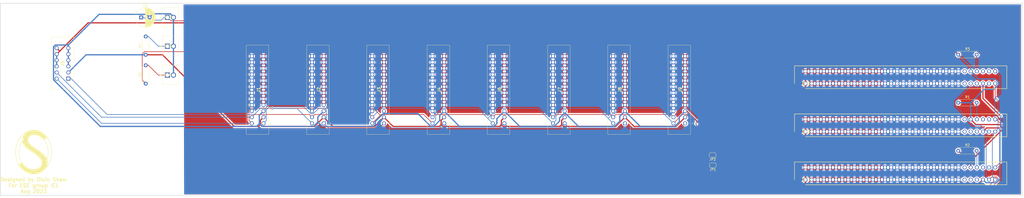
<source format=kicad_pcb>
(kicad_pcb (version 20211014) (generator pcbnew)
  (layers (0 "F.Cu" signal) (31 "B.Cu" signal) (34 "B.Paste" user) (35 "F.Paste" user) (36 "B.SilkS" user "B.Silkscreen") (37 "F.SilkS" user "F.Silkscreen") (38 "B.Mask" user) (39 "F.Mask" user) (44 "Edge.Cuts" user))
  (net 0 "")
  (net 1 "PSU_0_PSON#")
  (net 2 "+12V_GND{slash}RTN")
  (net 3 "PWM_OE")
  (net 4 "I2C_SCL")
  (net 5 "+3.3V")
  (net 6 "I2C_SDA")
  (net 7 "GNDPWR")
  (net 8 "VCC")
  (net 9 "12V_SB")
  (net 10 "PSU_0_ADDR")
  (net 13 "PSU_SDA")
  (net 14 "PSU_SCL")
  (net 15 "PSU_0_IMONITOR")
  (net 16 "PSU_0_PSOK")
  (net 17 "PSU_0_PRESENT#")
  (net 18 "PSU_0_PSINTERRUPT")
  (net 19 "PSU_1_ADDR")
  (net 22 "PSU_1_IMONITOR")
  (net 23 "PSU_1_PSOK")
  (net 24 "PSU_1_PRESENT#")
  (net 25 "PSU_1_PSINTERRUPT")
  (net 26 "Net-(J13-Pad1)")
  (net 27 "Net-(J14-Pad1)")
  (net 28 "PSU_2_ADDR")
  (net 31 "PSU_2_IMONITOR")
  (net 32 "PSU_2_PSOK")
  (net 33 "PSU_2_PRESENT#")
  (net 34 "PSU_2_PSINTERRUPT")
  (footprint "SamacSys_Parts:55308431" (layer "F.Cu") (at 272.85 63.8376 90)
    (fp_text reference "J8")
    (fp_text value "Conn_02x12_Odd_Even" hide)
  )
  (footprint "Resistor_THT:R_Axial_DIN0207_L6.3mm_D2.5mm_P7.62mm_Horizontal" (layer "F.Cu") (at 74 35.31 90)
    (fp_text reference "R4")
    (fp_text value "100")
  )
  (footprint "SamacSys_Parts:55308431" (layer "F.Cu") (at 197.85 63.8376 90)
    (fp_text reference "J4")
    (fp_text value "Conn_02x12_Odd_Even" hide)
  )
  (footprint "SamacSys_Parts:55308431" (layer "F.Cu") (at 172.85 63.8376 90)
    (fp_text reference "J3")
    (fp_text value "Conn_02x12_Odd_Even" hide)
  )
  (footprint "SamacSys_Parts:55308431" (layer "F.Cu") (at 147.85 63.8376 90)
    (fp_text reference "J2")
    (fp_text value "Conn_02x12_Odd_Even" hide)
  )
  (footprint "Jumper:SolderJumper-2_P1.3mm_Open_RoundedPad1.0x1.5mm" (layer "F.Cu") (at 309.35 81.25 180)
    (fp_text reference "JP1")
    (fp_text value "SolderJumper_2_Open")
  )
  (footprint "SamacSys_Parts:1963531" (layer "F.Cu") (at 83 43.75)
    (fp_text reference "J14")
    (fp_text value "MAIN_PWR_LED" hide)
  )
  (footprint "SamacSys_Parts:RHDR64W90P508X254_2X32_8786X929X1549P" (layer "F.Cu") (at 347.7888 47.2595)
    (fp_text reference "J15")
    (fp_text value "10046971-001LF" hide)
  )
  (footprint "SamacSys_Parts:1963531" (layer "F.Cu") (at 83 31.75)
    (fp_text reference "J13")
    (fp_text value "MCU_PWR_LED" hide)
  )
  (footprint "SamacSys_Parts:55308431" (layer "F.Cu") (at 122.85 63.8376 90)
    (fp_text reference "J1")
    (fp_text value "Conn_02x12_Odd_Even" hide)
  )
  (footprint "Resistor_THT:R_Axial_DIN0207_L6.3mm_D2.5mm_P7.62mm_Horizontal" (layer "F.Cu") (at 411.19 35.25)
    (fp_text reference "R3")
    (fp_text value "22k")
  )
  (footprint "SamacSys_Parts:RHDR64W90P508X254_2X32_8786X929X1549P" (layer "F.Cu") (at 347.7888 87.2595)
    (fp_text reference "J11")
    (fp_text value "10046971-001LF" hide)
  )
  (footprint "SamacSys_Parts:RHDR64W90P508X254_2X32_8786X929X1549P" (layer "F.Cu") (at 347.7888 67.2595)
    (fp_text reference "J10")
    (fp_text value "10046971-001LF" hide)
  )
  (footprint "SamacSys_Parts:55308431" (layer "F.Cu") (at 222.85 63.8376 90)
    (fp_text reference "J6")
    (fp_text value "Conn_02x12_Odd_Even" hide)
  )
  (footprint "SamacSys_Parts:755308435" (layer "F.Cu") (at 41.8755 45.2176 90)
    (fp_text reference "J5")
    (fp_text value "Backplane_edge_conn" hide)
  )
  (footprint "Resistor_THT:R_Axial_DIN0207_L6.3mm_D2.5mm_P7.62mm_Horizontal" (layer "F.Cu") (at 411.19 55.25)
    (fp_text reference "R1")
    (fp_text value "22k")
  )
  (footprint "SamacSys_Parts:55308431" (layer "F.Cu") (at 297.85 63.8376 90)
    (fp_text reference "J9")
    (fp_text value "Conn_02x12_Odd_Even" hide)
  )
  (footprint "Resistor_THT:R_Axial_DIN0207_L6.3mm_D2.5mm_P7.62mm_Horizontal" (layer "F.Cu") (at 411.19 75.25)
    (fp_text reference "R2")
    (fp_text value "22k")
  )
  (footprint "Capacitor_THT:CP_Radial_D8.0mm_P3.50mm" (layer "F.Cu") (at 72.0973 19.75)
    (fp_text reference "C1")
    (fp_text value "220uF")
  )
  (footprint "Jumper:SolderJumper-2_P1.3mm_Open_RoundedPad1.0x1.5mm" (layer "F.Cu") (at 309.25 77 180)
    (fp_text reference "JP2")
    (fp_text value "SolderJumper_2_Open")
  )
  (footprint "Resistor_THT:R_Axial_DIN0207_L6.3mm_D2.5mm_P7.62mm_Horizontal" (layer "F.Cu") (at 74 47.31 90)
    (fp_text reference "R5")
    (fp_text value "200")
  )
  (footprint "SamacSys_Parts:1963531" (layer "F.Cu") (at 83 19.75)
    (fp_text reference "J12")
    (fp_text value "Power_switch" hide)
  )
  (footprint "SamacSys_Parts:55308431" (layer "F.Cu") (at 247.85 63.8376 90)
    (fp_text reference "J7")
    (fp_text value "Conn_02x12_Odd_Even" hide)
  )
  (gr_line (start 19.955313 75.851701) (end 19.95917 75.544447) (layer "F.SilkS") (width 0.150641))
  (gr_line (start 32.955578 72.719283) (end 32.871851 72.506258) (layer "F.SilkS") (width 0.150641))
  (gr_line (start 22.549879 71.507968) (end 22.438545 71.704205) (layer "F.SilkS") (width 0.150641))
  (gr_line (start 23.906016 83.754679) (end 23.591311 83.540652) (layer "F.SilkS") (width 0.150641))
  (gr_line (start 30.488226 82.141465) (end 30.662442 82.017845) (layer "F.SilkS") (width 0.150641))
  (gr_line (start 34.644725 73.091018) (end 34.738319 73.514112) (layer "F.SilkS") (width 0.150641))
  (gr_line (start 21.682993 78.007802) (end 21.771973 78.341355) (layer "F.SilkS") (width 0.150641))
  (gr_line (start 33.033103 72.935403) (end 32.955578 72.719283) (layer "F.SilkS") (width 0.150641))
  (gr_line (start 26.820676 83.075469) (end 27.12207 83.100038) (layer "F.SilkS") (width 0.150641))
  (gr_line (start 24.867628 82.444855) (end 25.129845 82.584081) (layer "F.SilkS") (width 0.150641))
  (gr_line (start 32.498023 82.47047) (end 32.215726 82.767351) (layer "F.SilkS") (width 0.150641))
  (gr_line (start 24.114558 81.928898) (end 24.359985 82.117263) (layer "F.SilkS") (width 0.150641))
  (gr_line (start 30.983354 69.840065) (end 30.816924 69.703341) (layer "F.SilkS") (width 0.150641))
  (gr_line (start 21.43659 75.851701) (end 21.443435 76.229478) (layer "F.SilkS") (width 0.150641))
  (gr_line (start 23.188818 81.011642) (end 23.411858 81.265525) (layer "F.SilkS") (width 0.150641))
  (gr_line (start 29.925442 69.108989) (end 29.74158 69.012304) (layer "F.SilkS") (width 0.150641))
  (gr_line (start 30.133358 82.368052) (end 30.311775 82.258535) (layer "F.SilkS") (width 0.150641))
  (gr_line (start 22.438545 71.704205) (end 22.332052 71.90581) (layer "F.SilkS") (width 0.150641))
  (gr_line (start 21.070197 71.01422) (end 21.203235 70.761473) (layer "F.SilkS") (width 0.150641))
  (gr_line (start 30.645427 69.571803) (end 30.468863 69.445453) (layer "F.SilkS") (width 0.150641))
  (gr_line (start 25.129845 82.584081) (end 25.397658 82.706928) (layer "F.SilkS") (width 0.150641))
  (gr_line (start 26.079822 68.64491) (end 25.892216 68.702921) (layer "F.SilkS") (width 0.150641))
  (gr_line (start 27.361219 66.778138) (end 27.361219 66.778138) (layer "F.SilkS") (width 0.150641))
  (gr_line (start 22.693487 82.776271) (end 22.409642 82.48071) (layer "F.SilkS") (width 0.150641))
  (gr_line (start 28.153085 66.818723) (end 28.536652 66.869455) (layer "F.SilkS") (width 0.150641))
  (gr_line (start 32.585312 79.704317) (end 32.685789 79.497434) (layer "F.SilkS") (width 0.150641))
  (gr_line (start 31.459789 81.316478) (end 31.604512 81.159553) (layer "F.SilkS") (width 0.150641))
  (gr_line (start 33.228466 73.602325) (end 33.169547 73.376924) (layer "F.SilkS") (width 0.150641))
  (gr_line (start 34.814896 73.946579) (end 34.874456 74.388419) (layer "F.SilkS") (width 0.150641))
  (gr_line (start 33.368009 74.297094) (end 33.327697 74.06241) (layer "F.SilkS") (width 0.150641))
  (gr_line (start 31.879209 80.829049) (end 32.009183 80.655471) (layer "F.SilkS") (width 0.150641))
  (gr_line (start 33.430028 76.771871) (end 33.451735 76.525813) (layer "F.SilkS") (width 0.150641))
  (gr_line (start 34.534114 72.677297) (end 34.644725 73.091018) (layer "F.SilkS") (width 0.150641))
  (gr_line (start 28.241044 83.047806) (end 28.439124 83.013819) (layer "F.SilkS") (width 0.150641))
  (gr_line (start 24.611008 82.289249) (end 24.867628 82.444855) (layer "F.SilkS") (width 0.150641))
  (gr_line (start 22.044352 72.538109) (end 21.96063 72.755276) (layer "F.SilkS") (width 0.150641))
  (gr_line (start 20.091452 77.63526) (end 20.031891 77.202201) (layer "F.SilkS") (width 0.150641))
  (gr_line (start 20.372239 78.883113) (end 20.261626 78.475715) (layer "F.SilkS") (width 0.150641))
  (gr_line (start 29.21178 82.80234) (end 29.400028 82.730589) (layer "F.SilkS") (width 0.150641))
  (gr_line (start 23.043616 70.776711) (end 22.912922 70.951472) (layer "F.SilkS") (width 0.150641))
  (gr_line (start 32.496435 69.061047) (end 32.772833 69.375581) (layer "F.SilkS") (width 0.150641))
  (gr_line (start 28.99252 68.702913) (end 28.801852 68.644902) (layer "F.SilkS") (width 0.150641))
  (gr_line (start 25.520862 68.842147) (end 25.337114 68.923362) (layer "F.SilkS") (width 0.150641))
  (gr_line (start 24.305867 67.570138) (end 24.527735 67.452978) (layer "F.SilkS") (width 0.150641))
  (gr_line (start 32.009183 80.655471) (end 32.134241 80.476341) (layer "F.SilkS") (width 0.150641))
  (gr_line (start 33.479643 75.770167) (end 33.476542 75.516921) (layer "F.SilkS") (width 0.150641))
  (gr_line (start 30.330827 67.427499) (end 30.66493 67.599985) (layer "F.SilkS") (width 0.150641))
  (gr_line (start 31.452236 70.281359) (end 31.301009 70.129074) (layer "F.SilkS") (width 0.150641))
  (gr_line (start 33.228466 77.958481) (end 33.281182 77.726983) (layer "F.SilkS") (width 0.150641))
  (gr_line (start 29.279053 67.031795) (end 29.637888 67.143404) (layer "F.SilkS") (width 0.150641))
  (gr_line (start 20.031891 77.202201) (end 19.989348 76.760588) (layer "F.SilkS") (width 0.150641))
  (gr_line (start 34.942524 76.235991) (end 34.916999 76.692891) (layer "F.SilkS") (width 0.150641))
  (gr_line (start 30.107943 69.213408) (end 29.925442 69.108989) (layer "F.SilkS") (width 0.150641))
  (gr_line (start 33.281182 73.830821) (end 33.228466 73.602325) (layer "F.SilkS") (width 0.150641))
  (gr_line (start 19.955313 75.851701) (end 19.955313 75.851701) (layer "F.SilkS") (width 0.150641))
  (gr_line (start 25.671068 82.813395) (end 25.950075 82.903483) (layer "F.SilkS") (width 0.150641))
  (gr_line (start 26.701387 84.733086) (end 26.324964 84.682127) (layer "F.SilkS") (width 0.150641))
  (gr_line (start 20.711325 71.806856) (end 20.823183 71.539095) (layer "F.SilkS") (width 0.150641))
  (gr_line (start 25.241983 84.40695) (end 24.896419 84.274457) (layer "F.SilkS") (width 0.150641))
  (gr_line (start 30.816924 69.703341) (end 30.645427 69.571803) (layer "F.SilkS") (width 0.150641))
  (gr_line (start 27.037136 68.470877) (end 26.843102 68.490214) (layer "F.SilkS") (width 0.150641))
  (gr_line (start 33.036601 69.704947) (end 33.283351 70.043685) (layer "F.SilkS") (width 0.150641))
  (gr_line (start 33.368009 77.255251) (end 33.40212 77.015017) (layer "F.SilkS") (width 0.150641))
  (gr_line (start 20.942755 71.274156) (end 21.070197 71.01422) (layer "F.SilkS") (width 0.150641))
  (gr_line (start 21.771973 78.341355) (end 21.874642 78.667536) (layer "F.SilkS") (width 0.150641))
  (gr_line (start 32.253176 71.303994) (end 32.132355 71.120588) (layer "F.SilkS") (width 0.150641))
  (gr_line (start 33.467239 75.266768) (end 33.451735 75.019708) (layer "F.SilkS") (width 0.150641))
  (gr_line (start 34.406486 79.247016) (end 34.26184 79.641491) (layer "F.SilkS") (width 0.150641))
  (gr_line (start 20.499868 79.281956) (end 20.372239 78.883113) (layer "F.SilkS") (width 0.150641))
  (gr_line (start 31.617779 68.2392) (end 31.918908 68.492856) (layer "F.SilkS") (width 0.150641))
  (gr_line (start 32.254383 80.291662) (end 32.369609 80.101431) (layer "F.SilkS") (width 0.150641))
  (gr_line (start 34.100177 71.492369) (end 34.26184 71.877972) (layer "F.SilkS") (width 0.150641))
  (gr_line (start 34.874456 74.388419) (end 34.916999 74.839631) (layer "F.SilkS") (width 0.150641))
  (gr_line (start 22.133513 82.164765) (end 21.869749 81.834352) (layer "F.SilkS") (width 0.150641))
  (gr_line (start 22.422212 79.898555) (end 22.593329 80.187883) (layer "F.SilkS") (width 0.150641))
  (gr_line (start 33.327697 77.492573) (end 33.368009 77.255251) (layer "F.SilkS") (width 0.150641))
  (gr_line (start 23.591311 83.540652) (end 23.284322 83.306242) (layer "F.SilkS") (width 0.150641))
  (gr_line (start 20.644515 79.672245) (end 20.499868 79.281956) (layer "F.SilkS") (width 0.150641))
  (gr_line (start 19.990028 74.938402) (end 20.017029 74.639612) (layer "F.SilkS") (width 0.150641))
  (gr_line (start 24.228436 83.948322) (end 23.906016 83.754679) (layer "F.SilkS") (width 0.150641))
  (gr_line (start 24.793586 69.213416) (end 24.614983 69.32557) (layer "F.SilkS") (width 0.150641))
  (gr_line (start 33.725799 70.749281) (end 33.921496 71.116139) (layer "F.SilkS") (width 0.150641))
  (gr_line (start 22.666053 71.317101) (end 22.549879 71.507968) (layer "F.SilkS") (width 0.150641))
  (gr_line (start 28.439124 83.013819) (end 28.635238 82.972278) (layer "F.SilkS") (width 0.150641))
  (gr_line (start 33.283351 70.043685) (end 33.513083 70.391797) (layer "F.SilkS") (width 0.150641))
  (gr_line (start 27.361219 66.778138) (end 27.361219 66.778138) (layer "F.SilkS") (width 0.150641))
  (gr_line (start 19.963822 76.310421) (end 19.955313 75.851701) (layer "F.SilkS") (width 0.150641))
  (gr_line (start 23.874728 81.724153) (end 24.114558 81.928898) (layer "F.SilkS") (width 0.150641))
  (gr_line (start 30.030001 84.272227) (end 29.687804 84.405311) (layer "F.SilkS") (width 0.150641))
  (gr_line (start 20.984859 80.427163) (end 20.806179 80.053981) (layer "F.SilkS") (width 0.150641))
  (gr_line (start 20.341036 72.906107) (end 20.422037 72.627063) (layer "F.SilkS") (width 0.150641))
  (gr_line (start 22.469023 68.9983) (end 22.652432 68.810253) (layer "F.SilkS") (width 0.150641))
  (gr_line (start 29.181827 68.768658) (end 28.99252 68.702913) (layer "F.SilkS") (width 0.150641))
  (gr_line (start 34.26184 79.641491) (end 34.100177 80.027048) (layer "F.SilkS") (width 0.150641))
  (gr_line (start 20.823183 71.539095) (end 20.942755 71.274156) (layer "F.SilkS") (width 0.150641))
  (gr_line (start 22.230398 72.112784) (end 22.230398 72.112784) (layer "F.SilkS") (width 0.150641))
  (gr_line (start 34.534114 78.843624) (end 34.406486 79.247016) (layer "F.SilkS") (width 0.150641))
  (gr_line (start 26.268713 68.594634) (end 26.079822 68.64491) (layer "F.SilkS") (width 0.150641))
  (gr_line (start 21.514112 74.60071) (end 21.486204 74.844902) (layer "F.SilkS") (width 0.150641))
  (gr_line (start 24.437666 69.445458) (end 24.437666 69.445458) (layer "F.SilkS") (width 0.150641))
  (gr_line (start 22.264785 79.601856) (end 22.422212 79.898555) (layer "F.SilkS") (width 0.150641))
  (gr_line (start 27.828093 68.470871) (end 27.629257 68.459269) (layer "F.SilkS") (width 0.150641))
  (gr_line (start 28.221681 68.517279) (end 28.025568 68.490208) (layer "F.SilkS") (width 0.150641))
  (gr_line (start 33.430028 74.775743) (end 33.40212 74.534872) (layer "F.SilkS") (width 0.150641))
  (gr_line (start 21.464498 75.092098) (end 21.448994 75.342296) (layer "F.SilkS") (width 0.150641))
  (gr_line (start 24.086193 67.696669) (end 24.305867 67.570138) (layer "F.SilkS") (width 0.150641))
  (gr_line (start 27.635006 83.104451) (end 27.838985 83.093122) (layer "F.SilkS") (width 0.150641))
  (gr_line (start 34.644725 78.431313) (end 34.534114 78.843624) (layer "F.SilkS") (width 0.150641))
  (gr_line (start 32.772833 69.375581) (end 32.772833 69.375581) (layer "F.SilkS") (width 0.150641))
  (gr_line (start 26.142221 66.895298) (end 26.381634 66.853121) (layer "F.SilkS") (width 0.150641))
  (gr_line (start 22.912922 70.951472) (end 22.787067 71.131602) (layer "F.SilkS") (width 0.150641))
  (gr_line (start 22.134274 72.323946) (end 22.044352 72.538109) (layer "F.SilkS") (width 0.150641))
  (gr_line (start 24.093998 69.70371) (end 23.929424 69.84089) (layer "F.SilkS") (width 0.150641))
  (gr_line (start 32.772833 82.153115) (end 32.498023 82.47047) (layer "F.SilkS") (width 0.150641))
  (gr_line (start 33.451735 76.525813) (end 33.467239 76.276843) (layer "F.SilkS") (width 0.150641))
  (gr_line (start 31.739486 70.60149) (end 31.598395 70.438831) (layer "F.SilkS") (width 0.150641))
  (gr_line (start 22.118996 69.39596) (end 22.291211 69.193535) (layer "F.SilkS") (width 0.150641))
  (gr_line (start 21.546102 77.318585) (end 21.607703 77.666879) (layer "F.SilkS") (width 0.150641))
  (gr_poly (pts (xy 27.710127 66.784844) (xy 28.039096 66.807635) (xy 28.203564 66.824282) (xy 28.367831 66.844543) (xy 28.531755 66.868503) (xy 28.695193 66.896246) (xy 28.858003 66.927858) (xy 29.020043 66.963424) (xy 29.181171 67.003027) (xy 29.341243 67.046753) (xy 29.500117 67.094687) (xy 29.657652 67.146914) (xy 29.813704 67.203517) (xy 29.968132 67.264583) (xy 30.120793 67.330195) (xy 30.271544 67.400439) (xy 30.425281 67.475652) (xy 30.581379 67.55669) (xy 30.739583 67.643907) (xy 30.899643 67.73766) (xy 31.061304 67.838305) (xy 31.224316 67.946198) (xy 31.388425 68.061694) (xy 31.553379 68.18515) (xy 31.718926 68.316921) (xy 31.884814 68.457364) (xy 32.050789 68.606834) (xy 32.2166 68.765687) (xy 32.381994 68.934279) (xy 32.546719 69.112967) (xy 32.710523 69.302105) (xy 32.873152 69.50205) (xy 31.771933 70.643821) (xy 31.634655 70.482678) (xy 31.493576 70.327745) (xy 31.349306 70.179151) (xy 31.202454 70.037027) (xy 31.053629 69.901503) (xy 30.90344 69.772708) (xy 30.752495 69.650774) (xy 30.601405 69.53583) (xy 30.450778 69.428007) (xy 30.301224 69.327434) (xy 30.15335 69.234243) (xy 30.007768 69.148562) (xy 29.865085 69.070523) (xy 29.72591 69.000255) (xy 29.590853 68.937888) (xy 29.460524 68.883554) (xy 29.363066 68.837972) (xy 29.263555 68.795809) (xy 29.162133 68.756933) (xy 29.058942 68.721214) (xy 28.954125 68.688524) (xy 28.847823 68.658731) (xy 28.740179 68.631707) (xy 28.631336 68.60732) (xy 28.521436 68.585441) (xy 28.41062 68.56594) (xy 28.186813 68.533552) (xy 27.961054 68.509116) (xy 27.73448 68.491593) (xy 27.588352 68.486527) (xy 27.444162 68.489765) (xy 27.302104 68.500907) (xy 27.162372 68.519551) (xy 27.02516 68.545296) (xy 26.890662 68.57774) (xy 26.759071 68.616484) (xy 26.630583 68.661124) (xy 26.50539 68.711261) (xy 26.383688 68.766493) (xy 26.265669 68.826418) (xy 26.151528 68.890636) (xy 26.041459 68.958746) (xy 25.935656 69.030345) (xy 25.834313 69.105034) (xy 25.737623 69.18241) (xy 25.647891 69.262113) (xy 25.563982 69.34405) (xy 25.485891 69.428227) (xy 25.413614 69.514649) (xy 25.347146 69.603322) (xy 25.286483 69.694252) (xy 25.231619 69.787445) (xy 25.182551 69.882906) (xy 25.139272 69.980641) (xy 25.10178 70.080656) (xy 25.070068 70.182956) (xy 25.044133 70.287547) (xy 25.023969 70.394435) (xy 25.009572 70.503625) (xy 25.000937 70.615124) (xy 24.99806 70.728936) (xy 24.999094 70.798655) (xy 25.002196 70.868101) (xy 25.007366 70.937275) (xy 25.014604 71.006175) (xy 25.02391 71.074802) (xy 25.035284 71.143157) (xy 25.048726 71.211239) (xy 25.064236 71.279047) (xy 25.081814 71.346583) (xy 25.101459 71.413846) (xy 25.123173 71.480837) (xy 25.146955 71.547554) (xy 25.172805 71.613999) (xy 25.200723 71.680171) (xy 25.230708 71.74607) (xy 25.262762 71.811696) (xy 25.297556 71.877549) (xy 25.335762 71.944129) (xy 25.377381 72.011438) (xy 25.422411 72.079474) (xy 25.470854 72.148238) (xy 25.522709 72.217729) (xy 25.577976 72.287948) (xy 25.636655 72.358895) (xy 25.698746 72.43057) (xy 25.764249 72.502972) (xy 25.833164 72.576102) (xy 25.905491 72.64996) (xy 25.98123 72.724545) (xy 26.060381 72.799858) (xy 26.142944 72.875898) (xy 26.228918 72.952666) (xy 26.352173 73.050719) (xy 26.530022 73.18188) (xy 26.762463 73.34615) (xy 27.0495 73.543529) (xy 27.39113 73.774016) (xy 27.787357 74.037612) (xy 28.238179 74.334317) (xy 28.743597 74.66413) (xy 29.35076 75.068891) (xy 29.90829 75.462373) (xy 30.416188 75.844576) (xy 30.874453 76.215501) (xy 31.084973 76.396734) (xy 31.283086 76.575148) (xy 31.468791 76.750741) (xy 31.642089 76.923515) (xy 31.802979 77.09347) (xy 31.951461 77.260604) (xy 32.087535 77.424919) (xy 32.211203 77.586413) (xy 32.324991 77.746544) (xy 32.431439 77.906765) (xy 32.530545 78.067078) (xy 32.62231 78.227482) (xy 32.706734 78.387976) (xy 32.783817 78.548562) (xy 32.853558 78.709239) (xy 32.915958 78.870006) (xy 32.971018 79.030865) (xy 33.018735 79.191815) (xy 33.059112 79.352855) (xy 33.092147 79.513987) (xy 33.117842 79.67521) (xy 33.136195 79.836523) (xy 33.147206 79.997928) (xy 33.150877 80.159423) (xy 33.14457 80.390365) (xy 33.125648 80.617487) (xy 33.094112 80.840788) (xy 33.049961 81.060269) (xy 32.993196 81.27593) (xy 32.923816 81.48777) (xy 32.841822 81.69579) (xy 32.747212 81.89999) (xy 32.639989 82.10037) (xy 32.52015 82.296929) (xy 32.387697 82.489668) (xy 32.242629 82.678588) (xy 32.084946 82.863687) (xy 31.914648 83.044966) (xy 31.731735 83.222425) (xy 31.536207 83.396064) (xy 31.320308 83.548012) (xy 31.103961 83.692271) (xy 30.88646 83.828601) (xy 30.667095 83.956762) (xy 30.44516 84.076512) (xy 30.219947 84.187611) (xy 29.990749 84.289819) (xy 29.756857 84.382895) (xy 29.517564 84.466598) (xy 29.272163 84.540689) (xy 29.019946 84.604925) (xy 28.760205 84.659067) (xy 28.492232 84.702875) (xy 28.21532 84.736106) (xy 27.928762 84.758522) (xy 27.631849 84.769881) (xy 27.401424 84.771054) (xy 27.175243 84.765758) (xy 26.953155 84.754046) (xy 26.73501 84.735972) (xy 26.520657 84.711588) (xy 26.309947 84.680947) (xy 26.102728 84.644103) (xy 25.898851 84.601109) (xy 25.698164 84.552017) (xy 25.500518 84.49688) (xy 25.305763 84.435752) (xy 25.113748 84.368685) (xy 24.924322 84.295733) (xy 24.737335 84.216949) (xy 24.552637 84.132385) (xy 24.370077 84.042094) (xy 24.188067 83.933315) (xy 24.003136 83.81648) (xy 23.815951 83.691492) (xy 23.627181 83.558254) (xy 23.437494 83.416671) (xy 23.24756 83.266645) (xy 23.058047 83.10808) (xy 22.869622 82.94088) (xy 22.682956 82.764948) (xy 22.498715 82.580187) (xy 22.317569 82.386502) (xy 22.140186 82.183794) (xy 21.967235 81.971969) (xy 21.799384 81.750929) (xy 21.637302 81.520577) (xy 21.481659 81.280821) (xy 22.571295 80.154365) (xy 22.696709 80.353023) (xy 22.825736 80.544075) (xy 22.958188 80.727593) (xy 23.093879 80.903653) (xy 23.23262 81.072327) (xy 23.374225 81.233691) (xy 23.518505 81.387817) (xy 23.665273 81.534779) (xy 23.814341 81.674652) (xy 23.965523 81.80751) (xy 24.273475 82.052473) (xy 24.587629 82.270261) (xy 24.906485 82.461465) (xy 25.228542 82.626675) (xy 25.5523 82.766483) (xy 25.87626 82.881481) (xy 26.19892 82.972258) (xy 26.518782 83.039407) (xy 26.834344 83.083519) (xy 27.144107 83.105184) (xy 27.44657 83.104995) (xy 27.689465 83.091951) (xy 27.928687 83.070176) (xy 28.046916 83.055752) (xy 28.164223 83.03883) (xy 28.280606 83.019306) (xy 28.396063 82.997074) (xy 28.510593 82.97203) (xy 28.624195 82.944068) (xy 28.736867 82.913083) (xy 28.848607 82.878972) (xy 28.959416 82.841627) (xy 29.06929 82.800945) (xy 29.178228 82.756821) (xy 29.28623 82.709149) (xy 29.392165 82.657167) (xy 29.494893 82.603093) (xy 29.594416 82.546927) (xy 29.690733 82.488669) (xy 29.783845 82.428318) (xy 29.873751 82.365876) (xy 29.960451 82.301342) (xy 30.043946 82.234715) (xy 30.124236 82.165997) (xy 30.20132 82.095186) (xy 30.275198 82.022284) (xy 30.345871 81.947289) (xy 30.413339 81.870202) (xy 30.477601 81.791024) (xy 30.538658 81.709753) (xy 30.59651 81.62639) (xy 30.651001 81.541662) (xy 30.701978 81.456298) (xy 30.749438 81.370297) (xy 30.793384 81.28366) (xy 30.833814 81.196386) (xy 30.870728 81.108475) (xy 30.904127 81.019928) (xy 30.934011 80.930744) (xy 30.960378 80.840923) (xy 30.983231 80.750466) (xy 31.002567 80.659372) (xy 31.018388 80.567641) (xy 31.030693 80.475273) (xy 31.039483 80.382269) (xy 31.044757 80.288628) (xy 31.046515 80.19435) (xy 31.043929 80.086793) (xy 31.036174 79.979508) (xy 31.023249 79.872497) (xy 31.005153 79.765758) (xy 30.981887 79.659292) (xy 30.953452 79.553099) (xy 30.919846 79.447179) (xy 30.88107 79.341532) (xy 30.837125 79.236157) (xy 30.788009 79.131056) (xy 30.733723 79.026227) (xy 30.674268 78.921671) (xy 30.609643 78.817388) (xy 30.539848 78.713377) (xy 30.464883 78.60964) (xy 30.384749 78.506175) (xy 30.264704 78.361735) (xy 30.132871 78.213657) (xy 29.98925 78.061941) (xy 29.833841 77.906586) (xy 29.666644 77.747592) (xy 29.487659 77.58496) (xy 29.296887 77.41869) (xy 29.094327 77.248781) (xy 28.87998 77.075234) (xy 28.653845 76.898049) (xy 28.415922 76.717225) (xy 28.166213 76.532762) (xy 27.904716 76.344662) (xy 27.631433 76.152922) (xy 27.346363 75.957545) (xy 27.049505 75.758529) (xy 26.469436 75.367956) (xy 25.946856 75.005399) (xy 25.481766 74.670857) (xy 25.074166 74.364329) (xy 24.724057 74.085817) (xy 24.431439 73.835321) (xy 24.196311 73.612839) (xy 24.100307 73.512104) (xy 24.018675 73.418372) (xy 23.893665 73.266245) (xy 23.776721 73.112572) (xy 23.667843 72.957352) (xy 23.567029 72.800587) (xy 23.474281 72.642275) (xy 23.389598 72.482416) (xy 23.31298 72.321012) (xy 23.244428 72.158061) (xy 23.18394 71.993564) (xy 23.131518 71.827521) (xy 23.087161 71.659931) (xy 23.050868 71.490795) (xy 23.022641 71.320114) (xy 23.002479 71.147886) (xy 22.990382 70.974111) (xy 22.986349 70.798791) (xy 22.988727 70.659853) (xy 22.995861 70.522462) (xy 23.007752 70.386617) (xy 23.024398 70.252318) (xy 23.045801 70.119565) (xy 23.07196 69.988359) (xy 23.102875 69.858699) (xy 23.138547 69.730585) (xy 23.178975 69.604018) (xy 23.224159 69.478997) (xy 23.2741 69.355522) (xy 23.328798 69.233593) (xy 23.388251 69.113211) (xy 23.452462 68.994375) (xy 23.521429 68.877085) (xy 23.595152 68.761342) (xy 23.673167 68.647917) (xy 23.755007 68.537585) (xy 23.840674 68.430345) (xy 23.930166 68.326199) (xy 24.023484 68.225144) (xy 24.120628 68.127183) (xy 24.221597 68.032314) (xy 24.326392 67.940538) (xy 24.435013 67.851854) (xy 24.547459 67.766263) (xy 24.663731 67.683764) (xy 24.783829 67.604358) (xy 24.907752 67.528044) (xy 25.0355 67.454823) (xy 25.167074 67.384695) (xy 25.302473 67.317658) (xy 25.44216 67.252376) (xy 25.583285 67.190535) (xy 25.725847 67.132312) (xy 25.869847 67.077883) (xy 26.015286 67.027424) (xy 26.162163 66.981112) (xy 26.310479 66.939123) (xy 26.460235 66.901634) (xy 26.61143 66.86882) (xy 26.764064 66.840857) (xy 26.918139 66.817923) (xy 27.073655 66.800194) (xy 27.230611 66.787845) (xy 27.389008 66.781053) (xy 27.548847 66.779994)) (layer "F.SilkS") (width 0.3) (fill solid))
  (gr_line (start 25.705896 68.768666) (end 25.520862 68.842147) (layer "F.SilkS") (width 0.150641))
  (gr_line (start 23.411858 81.265525) (end 23.640495 81.503029) (layer "F.SilkS") (width 0.150641))
  (gr_line (start 20.510752 72.35084) (end 20.607182 72.077437) (layer "F.SilkS") (width 0.150641))
  (gr_line (start 27.477377 84.773852) (end 27.085525 84.763661) (layer "F.SilkS") (width 0.150641))
  (gr_line (start 31.925942 83.043756) (end 31.628671 83.299688) (layer "F.SilkS") (width 0.150641))
  (gr_line (start 32.685789 72.08949) (end 32.585237 71.885336) (layer "F.SilkS") (width 0.150641))
  (gr_line (start 32.132355 71.120588) (end 32.006466 70.942368) (layer "F.SilkS") (width 0.150641))
  (gr_line (start 31.604512 81.159553) (end 31.744318 80.997076) (layer "F.SilkS") (width 0.150641))
  (gr_line (start 28.416433 68.552085) (end 28.221681 68.517279) (layer "F.SilkS") (width 0.150641))
  (gr_line (start 33.169547 73.376924) (end 33.104426 73.154616) (layer "F.SilkS") (width 0.150641))
  (gr_poly (pts (xy 21.481659 81.280821) (xy 21.481657 81.280824) (xy 21.481657 81.280818)) (layer "F.SilkS") (width 0.3) (fill solid))
  (gr_line (start 27.085525 84.763661) (end 26.701387 84.733086) (layer "F.SilkS") (width 0.150641))
  (gr_line (start 32.955578 78.855354) (end 33.033103 78.635504) (layer "F.SilkS") (width 0.150641))
  (gr_line (start 21.393271 81.147865) (end 21.180557 80.791791) (layer "F.SilkS") (width 0.150641))
  (gr_line (start 27.477377 84.773852) (end 27.477377 84.773852) (layer "F.SilkS") (width 0.150641))
  (gr_line (start 26.524879 83.03452) (end 26.820676 83.075469) (layer "F.SilkS") (width 0.150641))
  (gr_line (start 31.87551 70.769336) (end 31.739486 70.60149) (layer "F.SilkS") (width 0.150641))
  (gr_line (start 33.033103 78.635504) (end 33.104426 78.412741) (layer "F.SilkS") (width 0.150641))
  (gr_line (start 28.536652 66.869455) (end 28.911974 66.940478) (layer "F.SilkS") (width 0.150641))
  (gr_line (start 25.154652 69.012312) (end 24.973476 69.108996) (layer "F.SilkS") (width 0.150641))
  (gr_line (start 27.629257 68.459269) (end 27.42906 68.455401) (layer "F.SilkS") (width 0.150641))
  (gr_line (start 34.738319 73.514112) (end 34.814896 73.946579) (layer "F.SilkS") (width 0.150641))
  (gr_line (start 29.770625 82.564426) (end 29.952975 82.470016) (layer "F.SilkS") (width 0.150641))
  (gr_line (start 26.867041 66.796884) (end 27.113034 66.782825) (layer "F.SilkS") (width 0.150641))
  (gr_line (start 30.662442 82.017845) (end 30.831743 81.888673) (layer "F.SilkS") (width 0.150641))
  (gr_line (start 21.991 78.986347) (end 22.121048 79.297787) (layer "F.SilkS") (width 0.150641))
  (gr_line (start 34.916999 74.839631) (end 34.942524 75.300216) (layer "F.SilkS") (width 0.150641))
  (gr_line (start 31.598395 70.438831) (end 31.452236 70.281359) (layer "F.SilkS") (width 0.150641))
  (gr_line (start 33.479643 75.770167) (end 33.479643 75.770167) (layer "F.SilkS") (width 0.150641))
  (gr_line (start 34.738319 78.010084) (end 34.644725 78.431313) (layer "F.SilkS") (width 0.150641))
  (gr_line (start 25.950075 82.903483) (end 26.234679 82.977191) (layer "F.SilkS") (width 0.150641))
  (gr_line (start 30.289084 69.325563) (end 30.107943 69.213408) (layer "F.SilkS") (width 0.150641))
  (gr_line (start 24.751796 67.345192) (end 24.97805 67.246778) (layer "F.SilkS") (width 0.150641))
  (gr_line (start 32.685789 72.08949) (end 32.685789 72.08949) (layer "F.SilkS") (width 0.150641))
  (gr_line (start 20.094174 74.050493) (end 20.144318 73.760165) (layer "F.SilkS") (width 0.150641))
  (gr_line (start 31.011665 83.750127) (end 30.691931 83.944635) (layer "F.SilkS") (width 0.150641))
  (gr_line (start 32.685789 79.497434) (end 32.781921 79.286319) (layer "F.SilkS") (width 0.150641))
  (gr_line (start 30.468863 69.445453) (end 30.468863 69.445453) (layer "F.SilkS") (width 0.150641))
  (gr_line (start 23.236238 68.289246) (end 23.442033 68.129954) (layer "F.SilkS") (width 0.150641))
  (gr_line (start 28.616286 84.681717) (end 28.244138 84.732903) (layer "F.SilkS") (width 0.150641))
  (gr_line (start 22.291211 69.193535) (end 22.469023 68.9983) (layer "F.SilkS") (width 0.150641))
  (gr_line (start 24.437666 69.445458) (end 24.263412 69.5719) (layer "F.SilkS") (width 0.150641))
  (gr_line (start 33.283351 81.480098) (end 33.036601 81.821065) (layer "F.SilkS") (width 0.150641))
  (gr_line (start 23.442033 68.129954) (end 23.653425 67.977851) (layer "F.SilkS") (width 0.150641))
  (gr_line (start 21.635045 73.886151) (end 21.588533 74.121334) (layer "F.SilkS") (width 0.150641))
  (gr_line (start 33.104426 73.154616) (end 33.033103 72.935403) (layer "F.SilkS") (width 0.150641))
  (gr_line (start 28.025568 68.490208) (end 27.828093 68.470871) (layer "F.SilkS") (width 0.150641))
  (gr_line (start 30.311775 82.258535) (end 30.488226 82.141465) (layer "F.SilkS") (width 0.150641))
  (gr_line (start 29.952975 82.470016) (end 30.133358 82.368052) (layer "F.SilkS") (width 0.150641))
  (gr_line (start 32.006466 70.942368) (end 31.87551 70.769336) (layer "F.SilkS") (width 0.150641))
  (gr_line (start 22.787067 71.131602) (end 22.666053 71.317101) (layer "F.SilkS") (width 0.150641))
  (gr_line (start 22.133513 82.164765) (end 22.133513 82.164765) (layer "F.SilkS") (width 0.150641))
  (gr_line (start 34.942524 75.300216) (end 34.951033 75.770173) (layer "F.SilkS") (width 0.150641))
  (gr_line (start 24.614983 69.32557) (end 24.437666 69.445458) (layer "F.SilkS") (width 0.150641))
  (gr_line (start 26.234679 82.977191) (end 26.524879 83.03452) (layer "F.SilkS") (width 0.150641))
  (gr_line (start 26.650353 68.517286) (end 26.45889 68.552092) (layer "F.SilkS") (width 0.150641))
  (gr_line (start 20.806179 80.053981) (end 20.644515 79.672245) (layer "F.SilkS") (width 0.150641))
  (gr_line (start 29.687804 84.405311) (end 29.338119 84.517921) (layer "F.SilkS") (width 0.150641))
  (gr_line (start 33.921496 80.403687) (end 33.725799 80.771409) (layer "F.SilkS") (width 0.150641))
  (gr_line (start 21.952377 69.605573) (end 22.118996 69.39596) (layer "F.SilkS") (width 0.150641))
  (gr_line (start 23.868713 67.832574) (end 24.086193 67.696669) (layer "F.SilkS") (width 0.150641))
  (gr_line (start 27.42906 68.455401) (end 27.42906 68.455401) (layer "F.SilkS") (width 0.150641))
  (gr_line (start 33.036601 81.821065) (end 32.772833 82.153115) (layer "F.SilkS") (width 0.150641))
  (gr_line (start 31.301009 70.129074) (end 31.144715 69.981976) (layer "F.SilkS") (width 0.150641))
  (gr_line (start 21.811792 73.198617) (end 21.746675 73.424792) (layer "F.SilkS") (width 0.150641))
  (gr_line (start 21.498191 76.96292) (end 21.546102 77.318585) (layer "F.SilkS") (width 0.150641))
  (gr_line (start 21.43659 75.851701) (end 21.43659 75.851701) (layer "F.SilkS") (width 0.150641))
  (gr_line (start 26.623241 66.820316) (end 26.867041 66.796884) (layer "F.SilkS") (width 0.150641))
  (gr_line (start 32.772833 69.375581) (end 33.036601 69.704947) (layer "F.SilkS") (width 0.150641))
  (gr_line (start 34.406486 72.272948) (end 34.534114 72.677297) (layer "F.SilkS") (width 0.150641))
  (gr_line (start 24.97805 67.246778) (end 25.206498 67.157736) (layer "F.SilkS") (width 0.150641))
  (gr_line (start 33.467239 76.276843) (end 33.476542 76.024961) (layer "F.SilkS") (width 0.150641))
  (gr_line (start 29.637888 67.143404) (end 29.988479 67.275305) (layer "F.SilkS") (width 0.150641))
  (gr_line (start 21.448994 75.342296) (end 21.439691 75.595497) (layer "F.SilkS") (width 0.150641))
  (gr_line (start 20.422037 72.627063) (end 20.510752 72.35084) (layer "F.SilkS") (width 0.150641))
  (gr_line (start 32.215726 82.767351) (end 31.925942 83.043756) (layer "F.SilkS") (width 0.150641))
  (gr_line (start 25.437139 67.078068) (end 25.669973 67.007772) (layer "F.SilkS") (width 0.150641))
  (gr_line (start 28.911974 66.940478) (end 29.279053 67.031795) (layer "F.SilkS") (width 0.150641))
  (gr_line (start 34.951033 75.770173) (end 34.942524 76.235991) (layer "F.SilkS") (width 0.150641))
  (gr_line (start 31.918908 68.492856) (end 32.211793 68.766805) (layer "F.SilkS") (width 0.150641))
  (gr_line (start 23.284322 83.306242) (end 22.985047 83.051448) (layer "F.SilkS") (width 0.150641))
  (gr_line (start 33.169547 78.187067) (end 33.228466 77.958481) (layer "F.SilkS") (width 0.150641))
  (gr_line (start 30.468863 69.445453) (end 30.289084 69.325563) (layer "F.SilkS") (width 0.150641))
  (gr_line (start 22.230398 72.112784) (end 22.134274 72.323946) (layer "F.SilkS") (width 0.150641))
  (gr_line (start 33.40212 77.015017) (end 33.430028 76.771871) (layer "F.SilkS") (width 0.150641))
  (gr_line (start 22.841437 68.629395) (end 23.036039 68.455726) (layer "F.SilkS") (width 0.150641))
  (gr_line (start 20.607182 72.077437) (end 20.711325 71.806856) (layer "F.SilkS") (width 0.150641))
  (gr_line (start 19.95917 75.544447) (end 19.970742 75.240014) (layer "F.SilkS") (width 0.150641))
  (gr_line (start 26.381634 66.853121) (end 26.623241 66.820316) (layer "F.SilkS") (width 0.150641))
  (gr_line (start 26.843102 68.490214) (end 26.650353 68.517286) (layer "F.SilkS") (width 0.150641))
  (gr_line (start 33.40212 74.534872) (end 33.368009 74.297094) (layer "F.SilkS") (width 0.150641))
  (gr_line (start 20.051744 74.343642) (end 20.094174 74.050493) (layer "F.SilkS") (width 0.150641))
  (gr_line (start 28.040998 83.074241) (end 28.241044 83.047806) (layer "F.SilkS") (width 0.150641))
  (gr_line (start 28.635238 82.972278) (end 28.829385 82.923185) (layer "F.SilkS") (width 0.150641))
  (gr_line (start 27.361219 66.778138) (end 27.761274 66.788284) (layer "F.SilkS") (width 0.150641))
  (gr_line (start 25.892216 68.702921) (end 25.705896 68.768666) (layer "F.SilkS") (width 0.150641))
  (gr_line (start 22.121048 79.297787) (end 22.264785 79.601856) (layer "F.SilkS") (width 0.150641))
  (gr_line (start 31.308406 68.005836) (end 31.617779 68.2392) (layer "F.SilkS") (width 0.150641))
  (gr_line (start 22.652432 68.810253) (end 22.841437 68.629395) (layer "F.SilkS") (width 0.150641))
  (gr_line (start 29.338119 84.517921) (end 28.980947 84.610056) (layer "F.SilkS") (width 0.150641))
  (gr_line (start 24.263412 69.5719) (end 24.093998 69.70371) (layer "F.SilkS") (width 0.150641))
  (gr_line (start 23.319525 70.443295) (end 23.179151 70.607318) (layer "F.SilkS") (width 0.150641))
  (gr_line (start 33.281182 77.726983) (end 33.327697 77.492573) (layer "F.SilkS") (width 0.150641))
  (gr_line (start 22.409642 82.48071) (end 22.133513 82.164765) (layer "F.SilkS") (width 0.150641))
  (gr_line (start 31.310151 81.467853) (end 31.459789 81.316478) (layer "F.SilkS") (width 0.150641))
  (gr_line (start 29.58631 82.651284) (end 29.770625 82.564426) (layer "F.SilkS") (width 0.150641))
  (gr_line (start 32.871851 72.506258) (end 32.781921 72.296327) (layer "F.SilkS") (width 0.150641))
  (gr_line (start 20.168031 78.059764) (end 20.091452 77.63526) (layer "F.SilkS") (width 0.150641))
  (gr_line (start 28.829385 82.923185) (end 29.021566 82.866539) (layer "F.SilkS") (width 0.150641))
  (gr_line (start 29.369773 68.842139) (end 29.181827 68.768658) (layer "F.SilkS") (width 0.150641))
  (gr_line (start 26.324964 84.682127) (end 25.956256 84.610785) (layer "F.SilkS") (width 0.150641))
  (gr_line (start 22.593329 80.187883) (end 22.778135 80.46984) (layer "F.SilkS") (width 0.150641))
  (gr_line (start 31.144715 69.981976) (end 30.983354 69.840065) (layer "F.SilkS") (width 0.150641))
  (gr_line (start 21.869749 81.834352) (end 21.623001 81.495386) (layer "F.SilkS") (width 0.150641))
  (gr_line (start 20.017029 74.639612) (end 20.051744 74.343642) (layer "F.SilkS") (width 0.150641))
  (gr_line (start 21.443435 76.229478) (end 21.463968 76.599885) (layer "F.SilkS") (width 0.150641))
  (gr_line (start 24.55857 84.121581) (end 24.228436 83.948322) (layer "F.SilkS") (width 0.150641))
  (gr_line (start 21.548222 74.359521) (end 21.514112 74.60071) (layer "F.SilkS") (width 0.150641))
  (gr_line (start 23.769689 69.983438) (end 23.614794 70.131355) (layer "F.SilkS") (width 0.150641))
  (gr_line (start 33.476542 76.024961) (end 33.479643 75.770167) (layer "F.SilkS") (width 0.150641))
  (gr_line (start 23.640495 81.503029) (end 23.874728 81.724153) (layer "F.SilkS") (width 0.150641))
  (gr_line (start 23.188818 81.011642) (end 23.188818 81.011642) (layer "F.SilkS") (width 0.150641))
  (gr_line (start 21.439691 75.595497) (end 21.43659 75.851701) (layer "F.SilkS") (width 0.150641))
  (gr_line (start 28.801852 68.644902) (end 28.609823 68.594626) (layer "F.SilkS") (width 0.150641))
  (gr_line (start 23.653425 67.977851) (end 23.868713 67.832574) (layer "F.SilkS") (width 0.150641))
  (gr_line (start 28.980947 84.610056) (end 28.616286 84.681717) (layer "F.SilkS") (width 0.150641))
  (gr_line (start 19.970742 75.240014) (end 19.990028 74.938402) (layer "F.SilkS") (width 0.150641))
  (gr_line (start 25.206498 67.157736) (end 25.437139 67.078068) (layer "F.SilkS") (width 0.150641))
  (gr_line (start 21.203235 70.761473) (end 21.34187 70.515915) (layer "F.SilkS") (width 0.150641))
  (gr_line (start 28.609823 68.594626) (end 28.416433 68.552085) (layer "F.SilkS") (width 0.150641))
  (gr_line (start 27.761274 66.788284) (end 28.153085 66.818723) (layer "F.SilkS") (width 0.150641))
  (gr_line (start 34.814896 77.579938) (end 34.738319 78.010084) (layer "F.SilkS") (width 0.150641))
  (gr_line (start 33.921496 71.116139) (end 34.100177 71.492369) (layer "F.SilkS") (width 0.150641))
  (gr_line (start 32.781921 72.296327) (end 32.685789 72.08949) (layer "F.SilkS") (width 0.150641))
  (gr_line (start 27.42906 68.455401) (end 27.42906 68.455407) (layer "F.SilkS") (width 0.150641))
  (gr_line (start 27.12207 83.100038) (end 27.42906 83.108228) (layer "F.SilkS") (width 0.150641))
  (gr_line (start 25.669973 67.007772) (end 25.905 66.946849) (layer "F.SilkS") (width 0.150641))
  (gr_line (start 21.180557 80.791791) (end 20.984859 80.427163) (layer "F.SilkS") (width 0.150641))
  (gr_line (start 29.556357 68.923354) (end 29.369773 68.842139) (layer "F.SilkS") (width 0.150641))
  (gr_line (start 21.588533 74.121334) (end 21.548222 74.359521) (layer "F.SilkS") (width 0.150641))
  (gr_line (start 24.527735 67.452978) (end 24.751796 67.345192) (layer "F.SilkS") (width 0.150641))
  (gr_line (start 25.595262 84.519059) (end 25.241983 84.40695) (layer "F.SilkS") (width 0.150641))
  (gr_line (start 21.463968 76.599885) (end 21.498191 76.96292) (layer "F.SilkS") (width 0.150641))
  (gr_line (start 33.513083 70.391797) (end 33.725799 70.749281) (layer "F.SilkS") (width 0.150641))
  (gr_line (start 33.104426 78.412741) (end 33.169547 78.187067) (layer "F.SilkS") (width 0.150641))
  (gr_line (start 31.155598 81.613677) (end 31.310151 81.467853) (layer "F.SilkS") (width 0.150641))
  (gr_line (start 26.45889 68.552092) (end 26.268713 68.594634) (layer "F.SilkS") (width 0.150641))
  (gr_line (start 32.134241 80.476341) (end 32.254383 80.291662) (layer "F.SilkS") (width 0.150641))
  (gr_line (start 23.179151 70.607318) (end 23.043616 70.776711) (layer "F.SilkS") (width 0.150641))
  (gr_line (start 21.623001 81.495386) (end 21.393271 81.147865) (layer "F.SilkS") (width 0.150641))
  (gr_line (start 34.100177 80.027048) (end 33.921496 80.403687) (layer "F.SilkS") (width 0.150641))
  (gr_line (start 21.687759 73.65397) (end 21.635045 73.886151) (layer "F.SilkS") (width 0.150641))
  (gr_line (start 33.327697 74.06241) (end 33.281182 73.830821) (layer "F.SilkS") (width 0.150641))
  (gr_line (start 24.973476 69.108996) (end 24.793586 69.213416) (layer "F.SilkS") (width 0.150641))
  (gr_line (start 28.244138 84.732903) (end 27.864502 84.763615) (layer "F.SilkS") (width 0.150641))
  (gr_line (start 29.400028 82.730589) (end 29.58631 82.651284) (layer "F.SilkS") (width 0.150641))
  (gr_line (start 19.989348 76.760588) (end 19.963822 76.310421) (layer "F.SilkS") (width 0.150641))
  (gr_line (start 21.607703 77.666879) (end 21.682993 78.007802) (layer "F.SilkS") (width 0.150641))
  (gr_line (start 32.871851 79.072293) (end 32.955578 78.855354) (layer "F.SilkS") (width 0.150641))
  (gr_line (start 24.896419 84.274457) (end 24.55857 84.121581) (layer "F.SilkS") (width 0.150641))
  (gr_line (start 32.368931 71.492588) (end 32.253176 71.303994) (layer "F.SilkS") (width 0.150641))
  (gr_line (start 34.26184 71.877972) (end 34.406486 72.272948) (layer "F.SilkS") (width 0.150641))
  (gr_line (start 21.791355 69.822375) (end 21.952377 69.605573) (layer "F.SilkS") (width 0.150641))
  (gr_line (start 32.781921 79.286319) (end 32.871851 79.072293) (layer "F.SilkS") (width 0.150641))
  (gr_line (start 27.838985 83.093122) (end 28.040998 83.074241) (layer "F.SilkS") (width 0.150641))
  (gr_line (start 20.144318 73.760165) (end 20.202176 73.472658) (layer "F.SilkS") (width 0.150641))
  (gr_line (start 22.778135 80.46984) (end 22.976632 80.744426) (layer "F.SilkS") (width 0.150641))
  (gr_line (start 34.874456 77.140874) (end 34.814896 77.579938) (layer "F.SilkS") (width 0.150641))
  (gr_line (start 27.42906 68.455407) (end 27.232455 68.459275) (layer "F.SilkS") (width 0.150641))
  (gr_line (start 30.99079 67.792764) (end 31.308406 68.005836) (layer "F.SilkS") (width 0.150641))
  (gr_line (start 27.42906 83.108228) (end 27.635006 83.104451) (layer "F.SilkS") (width 0.150641))
  (gr_line (start 29.74158 69.012304) (end 29.556357 68.923354) (layer "F.SilkS") (width 0.150641))
  (gr_line (start 33.725799 80.771409) (end 33.513083 81.130212) (layer "F.SilkS") (width 0.150641))
  (gr_line (start 29.988479 67.275305) (end 30.330827 67.427499) (layer "F.SilkS") (width 0.150641))
  (gr_line (start 22.985047 83.051448) (end 22.693487 82.776271) (layer "F.SilkS") (width 0.150641))
  (gr_line (start 33.451735 75.019708) (end 33.430028 74.775743) (layer "F.SilkS") (width 0.150641))
  (gr_line (start 30.488226 82.141465) (end 30.488226 82.141465) (layer "F.SilkS") (width 0.150641))
  (gr_line (start 25.956256 84.610785) (end 25.595262 84.519059) (layer "F.SilkS") (width 0.150641))
  (gr_line (start 32.585237 71.885336) (end 32.479617 71.686368) (layer "F.SilkS") (width 0.150641))
  (gr_line (start 32.211793 68.766805) (end 32.496435 69.061047) (layer "F.SilkS") (width 0.150641))
  (gr_line (start 27.42906 83.108228) (end 27.42906 83.108228) (layer "F.SilkS") (width 0.150641))
  (gr_line (start 22.332052 71.90581) (end 22.230398 72.112784) (layer "F.SilkS") (width 0.150641))
  (gr_line (start 20.202176 73.472658) (end 20.267749 73.187972) (layer "F.SilkS") (width 0.150641))
  (gr_line (start 23.036039 68.455726) (end 23.236238 68.289246) (layer "F.SilkS") (width 0.150641))
  (gr_line (start 29.021566 82.866539) (end 29.21178 82.80234) (layer "F.SilkS") (width 0.150641))
  (gr_line (start 25.337114 68.923362) (end 25.154652 69.012312) (layer "F.SilkS") (width 0.150641))
  (gr_line (start 21.96063 72.755276) (end 21.88311 72.975445) (layer "F.SilkS") (width 0.150641))
  (gr_line (start 32.479919 79.905649) (end 32.585312 79.704317) (layer "F.SilkS") (width 0.150641))
  (gr_line (start 20.942755 71.274156) (end 20.942755 71.274156) (layer "F.SilkS") (width 0.150641))
  (gr_line (start 23.46474 70.28464) (end 23.319525 70.443295) (layer "F.SilkS") (width 0.150641))
  (gr_line (start 21.746675 73.424792) (end 21.687759 73.65397) (layer "F.SilkS") (width 0.150641))
  (gr_line (start 24.359985 82.117263) (end 24.611008 82.289249) (layer "F.SilkS") (width 0.150641))
  (gr_line (start 27.232455 68.459275) (end 27.037136 68.470877) (layer "F.SilkS") (width 0.150641))
  (gr_line (start 21.486102 70.277546) (end 21.63593 70.046366) (layer "F.SilkS") (width 0.150641))
  (gr_line (start 23.929424 69.84089) (end 23.769689 69.983438) (layer "F.SilkS") (width 0.150641))
  (gr_line (start 22.976632 80.744426) (end 23.188818 81.011642) (layer "F.SilkS") (width 0.150641))
  (gr_line (start 21.88311 72.975445) (end 21.811792 73.198617) (layer "F.SilkS") (width 0.150641))
  (gr_line (start 27.864502 84.763615) (end 27.477377 84.773852) (layer "F.SilkS") (width 0.150641))
  (gr_line (start 21.486204 74.844902) (end 21.464498 75.092098) (layer "F.SilkS") (width 0.150641))
  (gr_line (start 30.66493 67.599985) (end 30.99079 67.792764) (layer "F.SilkS") (width 0.150641))
  (gr_line (start 31.628671 83.299688) (end 31.323912 83.535145) (layer "F.SilkS") (width 0.150641))
  (gr_line (start 30.36471 84.118668) (end 30.030001 84.272227) (layer "F.SilkS") (width 0.150641))
  (gr_line (start 20.261626 78.475715) (end 20.168031 78.059764) (layer "F.SilkS") (width 0.150641))
  (gr_line (start 31.323912 83.535145) (end 31.011665 83.750127) (layer "F.SilkS") (width 0.150641))
  (gr_line (start 20.267749 73.187972) (end 20.341036 72.906107) (layer "F.SilkS") (width 0.150641))
  (gr_line (start 25.905 66.946849) (end 26.142221 66.895298) (layer "F.SilkS") (width 0.150641))
  (gr_line (start 34.916999 76.692891) (end 34.874456 77.140874) (layer "F.SilkS") (width 0.150641))
  (gr_line (start 32.369609 80.101431) (end 32.479919 79.905649) (layer "F.SilkS") (width 0.150641))
  (gr_line (start 30.691931 83.944635) (end 30.36471 84.118668) (layer "F.SilkS") (width 0.150641))
  (gr_line (start 34.951033 75.770173) (end 34.951033 75.770173) (layer "F.SilkS") (width 0.150641))
  (gr_line (start 23.653425 67.977851) (end 23.653425 67.977851) (layer "F.SilkS") (width 0.150641))
  (gr_line (start 21.874642 78.667536) (end 21.991 78.986347) (layer "F.SilkS") (width 0.150641))
  (gr_line (start 33.513083 81.130212) (end 33.283351 81.480098) (layer "F.SilkS") (width 0.150641))
  (gr_line (start 33.476542 75.516921) (end 33.467239 75.266768) (layer "F.SilkS") (width 0.150641))
  (gr_line (start 23.614794 70.131355) (end 23.46474 70.28464) (layer "F.SilkS") (width 0.150641))
  (gr_line (start 32.479617 71.686368) (end 32.368931 71.492588) (layer "F.SilkS") (width 0.150641))
  (gr_line (start 32.685789 79.497434) (end 32.685789 79.497434) (layer "F.SilkS") (width 0.150641))
  (gr_line (start 32.772833 82.153115) (end 32.772833 82.153115) (layer "F.SilkS") (width 0.150641))
  (gr_line (start 30.996128 81.753951) (end 31.155598 81.613677) (layer "F.SilkS") (width 0.150641))
  (gr_line (start 21.63593 70.046366) (end 21.791355 69.822375) (layer "F.SilkS") (width 0.150641))
  (gr_line (start 30.831743 81.888673) (end 30.996128 81.753951) (layer "F.SilkS") (width 0.150641))
  (gr_line (start 25.397658 82.706928) (end 25.671068 82.813395) (layer "F.SilkS") (width 0.150641))
  (gr_line (start 27.113034 66.782825) (end 27.361219 66.778138) (layer "F.SilkS") (width 0.150641))
  (gr_line (start 21.34187 70.515915) (end 21.486102 70.277546) (layer "F.SilkS") (width 0.150641))
  (gr_line (start 31.744318 80.997076) (end 31.879209 80.829049) (layer "F.SilkS") (width 0.150641))
  (gr_line locked (start 13.65 13.8676) (end 437.65 13.8676) (layer "Edge.Cuts") (width 0.2))
  (gr_line locked (start 437.65 13.8676) (end 437.65 93.8676) (layer "Edge.Cuts") (width 0.2))
  (gr_line locked (start 437.65 93.8676) (end 13.65 93.8676) (layer "Edge.Cuts") (width 0.2))
  (gr_line locked (start 13.65 93.8676) (end 13.65 13.8676) (layer "Edge.Cuts") (width 0.2))
  (gr_text "Designed by Oisin Shaw\nFor ESE group ICL\nAug 2023" (at 27.453173 89.652922) (layer "F.SilkS") (effects (font (size 1.5 1.5) (thickness 0.3))))
  (segment (start 429.9497 65.0931) (end 429.9497 78.7586) (width 0.25) (layer "F.Cu") (net 1))
  (segment (start 426.5288 41.3049) (end 406.3756 21.1517) (width 0.25) (layer "F.Cu") (net 1))
  (segment (start 429.9497 78.7586) (end 426.5288 82.1795) (width 0.25) (layer "F.Cu") (net 1))
  (segment (start 427.0361 62.1795) (end 429.9497 65.0931) (width 0.25) (layer "F.Cu") (net 1))
  (segment (start 406.3756 21.1517) (end 84.4017 21.1517) (width 0.25) (layer "F.Cu") (net 1))
  (segment (start 426.5288 62.1795) (end 427.0361 62.1795) (width 0.25) (layer "F.Cu") (net 1))
  (segment (start 426.5288 42.1795) (end 426.5288 41.3049) (width 0.25) (layer "F.Cu") (net 1))
  (segment (start 84.4017 21.1517) (end 83 19.75) (width 0.25) (layer "F.Cu") (net 1))
  (segment (start 426.355 62.0057) (end 426.5288 62.1795) (width 0.25) (layer "B.Cu") (net 1))
  (segment (start 72.0973 19.75) (end 73.2242 19.75) (width 0.25) (layer "B.Cu") (net 1))
  (segment (start 428.4433 51.2883) (end 426.355 53.3766) (width 0.25) (layer "B.Cu") (net 1))
  (segment (start 80.4679 20.9052) (end 81.6231 19.75) (width 0.25) (layer "B.Cu") (net 1))
  (segment (start 428.4433 44.094) (end 428.4433 51.2883) (width 0.25) (layer "B.Cu") (net 1))
  (segment (start 74.3794 20.9052) (end 80.4679 20.9052) (width 0.25) (layer "B.Cu") (net 1))
  (segment (start 83 19.75) (end 81.6231 19.75) (width 0.25) (layer "B.Cu") (net 1))
  (segment (start 426.355 53.3766) (end 426.355 62.0057) (width 0.25) (layer "B.Cu") (net 1))
  (segment (start 73.2242 19.75) (end 74.3794 20.9052) (width 0.25) (layer "B.Cu") (net 1))
  (segment (start 426.5288 42.1795) (end 428.4433 44.094) (width 0.25) (layer "B.Cu") (net 1))
  (segment (start 314.8539 90.6812) (end 315.2949 91.1222) (width 0.5) (layer "F.Cu") (net 2))
  (segment (start 298.5651 58.7576) (end 314.8539 75.0464) (width 0.5) (layer "F.Cu") (net 2))
  (segment (start 417.5861 91.1222) (end 421.4488 87.2595) (width 0.5) (layer "F.Cu") (net 2))
  (segment (start 421.4488 87.2595) (end 421.6783 87.489) (width 0.5) (layer "F.Cu") (net 2))
  (segment (start 422.9624 65.7459) (end 428.4822 65.7459) (width 0.5) (layer "F.Cu") (net 2))
  (segment (start 297.85 58.7576) (end 298.5651 58.7576) (width 0.5) (layer "F.Cu") (net 2))
  (segment (start 421.4488 53.4598) (end 421.4488 47.2595) (width 0.5) (layer "F.Cu") (net 2))
  (segment (start 314.8539 75.0464) (end 314.8539 90.6812) (width 0.5) (layer "F.Cu") (net 2))
  (segment (start 421.4488 67.2595) (end 422.9624 65.7459) (width 0.5) (layer "F.Cu") (net 2))
  (segment (start 315.2949 91.1222) (end 417.5861 91.1222) (width 0.5) (layer "F.Cu") (net 2))
  (segment (start 428.8141 60.8251) (end 421.4488 53.4598) (width 0.5) (layer "F.Cu") (net 2))
  (via (at 428.8141 60.8251) (size 0.8) (drill 0.4) (layers "F.Cu" "B.Cu") (net 2))
  (via (at 428.4822 65.7459) (size 0.8) (drill 0.4) (layers "F.Cu" "B.Cu") (net 2))
  (segment (start 36.4905 31.2452) (end 41.8755 31.2452) (width 0.5) (layer "B.Cu") (net 2))
  (segment (start 245.7299 62.9136) (end 243.5323 65.1112) (width 0.5) (layer "B.Cu") (net 2))
  (segment (start 268.7778 64.8908) (end 268.5142 65.1544) (width 0.5) (layer "B.Cu") (net 2))
  (segment (start 295.424 63.2491) (end 293.5205 65.1526) (width 0.5) (layer "B.Cu") (net 2))
  (segment (start 219.7208 61.8868) (end 222.85 58.7576) (width 0.5) (layer "B.Cu") (net 2))
  (segment (start 290.7072 65.1511) (end 279.2435 65.1511) (width 0.5) (layer "B.Cu") (net 2))
  (segment (start 270.7322 62.9386) (end 268.78 64.8908) (width 0.5) (layer "B.Cu") (net 2))
  (segment (start 119.9669 65.1178) (end 55.1256 65.1178) (width 0.5) (layer "B.Cu") (net 2))
  (segment (start 55.1256 65.1178) (end 35.7192 45.7114) (width 0.5) (layer "B.Cu") (net 2))
  (segment (start 293.5205 65.1526) (end 290.7087 65.1526) (width 0.5) (layer "B.Cu") (net 2))
  (segment (start 295.424 61.1836) (end 295.424 63.2491) (width 0.5) (layer "B.Cu") (net 2))
  (segment (start 247.85 59.3776) (end 247.9019 59.4294) (width 0.5) (layer "B.Cu") (net 2))
  (segment (start 35.7192 45.7114) (end 35.7192 32.0165) (width 0.5) (layer "B.Cu") (net 2))
  (segment (start 41.8755 35.0576) (end 41.8755 32.5176) (width 0.5) (layer "B.Cu") (net 2))
  (segment (start 196.0009 62.6564) (end 193.5049 65.1524) (width 0.5) (layer "B.Cu") (net 2))
  (segment (start 297.85 58.7576) (end 295.424 61.1836) (width 0.5) (layer "B.Cu") (net 2))
  (segment (start 85.5 19.75) (end 85.5 31.75) (width 0.5) (layer "B.Cu") (net 2))
  (segment (start 77.0992 18.2481) (end 84.2485 18.2481) (width 0.5) (layer "B.Cu") (net 2))
  (segment (start 428.4822 65.7459) (end 428.8141 65.414) (width 0.5) (layer "B.Cu") (net 2))
  (segment (start 268.78 64.8908) (end 268.7778 64.8908) (width 0.5) (layer "B.Cu") (net 2))
  (segment (start 270.7322 60.8754) (end 270.7322 62.9386) (width 0.5) (layer "B.Cu") (net 2))
  (segment (start 192.3219 65.1524) (end 186.9091 59.7396) (width 0.5) (layer "B.Cu") (net 2))
  (segment (start 41.8755 37.5976) (end 41.8755 40.1376) (width 0.5) (layer "B.Cu") (net 2))
  (segment (start 145.424 61.1836) (end 147.85 58.7576) (width 0.5) (layer "B.Cu") (net 2))
  (segment (start 172.85 59.7396) (end 172.85 58.7576) (width 0.5) (layer "B.Cu") (net 2))
  (segment (start 243.5323 65.1112) (end 229.2036 65.1112) (width 0.5) (layer "B.Cu") (net 2))
  (segment (start 290.7087 65.1526) (end 290.7072 65.1511) (width 0.5) (layer "B.Cu") (net 2))
  (segment (start 218.5245 65.1085) (end 219.7208 63.9122) (width 0.5) (layer "B.Cu") (net 2))
  (segment (start 41.8755 35.0576) (end 41.8755 37.5976) (width 0.5) (layer "B.Cu") (net 2))
  (segment (start 272.85 58.7576) (end 270.7322 60.8754) (width 0.5) (layer "B.Cu") (net 2))
  (segment (start 229.2036 65.1112) (end 222.85 58.7576) (width 0.5) (layer "B.Cu") (net 2))
  (segment (start 121.1233 60.4843) (end 121.1233 63.9614) (width 0.5) (layer "B.Cu") (net 2))
  (segment (start 85.5 19.4996) (end 85.5 19.75) (width 0.5) (layer "B.Cu") (net 2))
  (segment (start 193.5049 65.1524) (end 192.3219 65.1524) (width 0.5) (layer "B.Cu") (net 2))
  (segment (start 265.7048 65.1544) (end 265.7033 65.1529) (width 0.5) (layer "B.Cu") (net 2))
  (segment (start 422.7339 88.5446) (end 427.0533 88.5446) (width 0.5) (layer "B.Cu") (net 2))
  (segment (start 427.0533 88.5446) (end 428.4822 87.1157) (width 0.5) (layer "B.Cu") (net 2))
  (segment (start 172.6045 59.7396) (end 169.2689 63.0752) (width 0.5) (layer "B.Cu") (net 2))
  (segment (start 265.7033 65.1529) (end 253.6253 65.1529) (width 0.5) (layer "B.Cu") (net 2))
  (segment (start 121.1233 63.9614) (end 119.9669 65.1178) (width 0.5) (layer "B.Cu") (net 2))
  (segment (start 85.5 31.75) (end 85.5 43.75) (width 0.5) (layer "B.Cu") (net 2))
  (segment (start 196.0009 60.6067) (end 196.0009 62.6564) (width 0.5) (layer "B.Cu") (net 2))
  (segment (start 145.424 63.2771) (end 145.424 61.1836) (width 0.5) (layer "B.Cu") (net 2))
  (segment (start 247.85 58.7576) (end 247.85 59.3776) (width 0.5) (layer "B.Cu") (net 2))
  (segment (start 172.85 59.7396) (end 172.6045 59.7396) (width 0.5) (layer "B.Cu") (net 2))
  (segment (start 75.5973 19.75) (end 77.0992 18.2481) (width 0.5) (layer "B.Cu") (net 2))
  (segment (start 428.4822 87.1157) (end 428.4822 65.7459) (width 0.5) (layer "B.Cu") (net 2))
  (segment (start 186.9091 59.7396) (end 172.85 59.7396) (width 0.5) (layer "B.Cu") (net 2))
  (segment (start 84.2485 18.2481) (end 85.5 19.4996) (width 0.5) (layer "B.Cu") (net 2))
  (segment (start 245.7299 61.6014) (end 245.7299 62.9136) (width 0.5) (layer "B.Cu") (net 2))
  (segment (start 41.8755 31.2452) (end 54.6226 18.4981) (width 0.5) (layer "B.Cu") (net 2))
  (segment (start 121.1233 63.9614) (end 122.2908 65.1289) (width 0.5) (layer "B.Cu") (net 2))
  (segment (start 428.8141 65.414) (end 428.8141 60.8251) (width 0.5) (layer "B.Cu") (net 2))
  (segment (start 169.2689 63.0752) (end 169.2689 64.3641) (width 0.5) (layer "B.Cu") (net 2))
  (segment (start 54.6226 18.4981) (end 74.3454 18.4981) (width 0.5) (layer "B.Cu") (net 2))
  (segment (start 253.6253 65.1529) (end 247.9019 59.4294) (width 0.5) (layer "B.Cu") (net 2))
  (segment (start 279.2435 65.1511) (end 272.85 58.7576) (width 0.5) (layer "B.Cu") (net 2))
  (segment (start 35.7192 32.0165) (end 36.4905 31.2452) (width 0.5) (layer "B.Cu") (net 2))
  (segment (start 147.2554 65.1085) (end 145.424 63.2771) (width 0.5) (layer "B.Cu") (net 2))
  (segment (start 122.2908 65.1289) (end 143.5722 65.1289) (width 0.5) (layer "B.Cu") (net 2))
  (segment (start 143.5722 65.1289) (end 145.424 63.2771) (width 0.5) (layer "B.Cu") (net 2))
  (segment (start 204.2009 65.1085) (end 218.5245 65.1085) (width 0.5) (layer "B.Cu") (net 2))
  (segment (start 197.85 58.7576) (end 204.2009 65.1085) (width 0.5) (layer "B.Cu") (net 2))
  (segment (start 422.7339 88.5446) (end 421.4488 87.2595) (width 0.5) (layer "B.Cu") (net 2))
  (segment (start 169.2689 64.3641) (end 168.5245 65.1085) (width 0.5) (layer "B.Cu") (net 2))
  (segment (start 197.85 58.7576) (end 196.0009 60.6067) (width 0.5) (layer "B.Cu") (net 2))
  (segment (start 74.3454 18.4981) (end 75.5973 19.75) (width 0.5) (layer "B.Cu") (net 2))
  (segment (start 219.7208 63.9122) (end 219.7208 61.8868) (width 0.5) (layer "B.Cu") (net 2))
  (segment (start 168.5245 65.1085) (end 147.2554 65.1085) (width 0.5) (layer "B.Cu") (net 2))
  (segment (start 268.5142 65.1544) (end 265.7048 65.1544) (width 0.5) (layer "B.Cu") (net 2))
  (segment (start 247.9019 59.4294) (end 245.7299 61.6014) (width 0.5) (layer "B.Cu") (net 2))
  (segment (start 41.8755 32.5176) (end 41.8755 31.2452) (width 0.5) (layer "B.Cu") (net 2))
  (segment (start 122.85 58.7576) (end 121.1233 60.4843) (width 0.5) (layer "B.Cu") (net 2))
  (segment (start 147.85 63.8376) (end 149.71 65.6976) (width 0.25) (layer "F.Cu") (net 3))
  (segment (start 170.99 65.6976) (end 172.85 63.8376) (width 0.25) (layer "F.Cu") (net 3))
  (segment (start 149.71 65.6976) (end 170.99 65.6976) (width 0.25) (layer "F.Cu") (net 3))
  (segment (start 142.5234 59.9035) (end 143.4727 59.9035) (width 0.25) (layer "B.Cu") (net 3))
  (segment (start 195.94 65.7476) (end 197.85 63.8376) (width 0.25) (layer "B.Cu") (net 3))
  (segment (start 274.7684 65.756) (end 295.9316 65.756) (width 0.25) (layer "B.Cu") (net 3))
  (segment (start 124 58.2245) (end 125.275 56.9495) (width 0.25) (layer "B.Cu") (net 3))
  (segment (start 43.0214 45.2176) (end 57.9457 60.1419) (width 0.25) (layer "B.Cu") (net 3))
  (segment (start 119.045 60.1419) (end 121.5804 57.6065) (width 0.25) (layer "B.Cu") (net 3))
  (segment (start 125.275 56.9495) (end 139.5694 56.9495) (width 0.25) (layer "B.Cu") (net 3))
  (segment (start 148.3725 57.6065) (end 148.9976 58.2316) (width 0.25) (layer "B.Cu") (net 3))
  (segment (start 148.9976 62.69) (end 147.85 63.8376) (width 0.25) (layer "B.Cu") (net 3))
  (segment (start 222.85 63.8376) (end 224.7157 65.7033) (width 0.25) (layer "B.Cu") (net 3))
  (segment (start 145.7697 57.6065) (end 148.3725 57.6065) (width 0.25) (layer "B.Cu") (net 3))
  (segment (start 148.9976 58.2316) (end 148.9976 62.69) (width 0.25) (layer "B.Cu") (net 3))
  (segment (start 197.85 63.8376) (end 199.6996 65.6872) (width 0.25) (layer "B.Cu") (net 3))
  (segment (start 41.8755 45.2176) (end 43.0214 45.2176) (width 0.25) (layer "B.Cu") (net 3))
  (segment (start 245.9843 65.7033) (end 247.85 63.8376) (width 0.25) (layer "B.Cu") (net 3))
  (segment (start 247.85 63.8376) (end 249.7823 65.7699) (width 0.25) (layer "B.Cu") (net 3))
  (segment (start 270.9177 65.7699) (end 272.85 63.8376) (width 0.25) (layer "B.Cu") (net 3))
  (segment (start 295.9316 65.756) (end 297.85 63.8376) (width 0.25) (layer "B.Cu") (net 3))
  (segment (start 143.4727 59.9035) (end 145.7697 57.6065) (width 0.25) (layer "B.Cu") (net 3))
  (segment (start 221.0004 65.6872) (end 222.85 63.8376) (width 0.25) (layer "B.Cu") (net 3))
  (segment (start 139.5694 56.9495) (end 142.5234 59.9035) (width 0.25) (layer "B.Cu") (net 3))
  (segment (start 121.5804 57.6065) (end 123.382 57.6065) (width 0.25) (layer "B.Cu") (net 3))
  (segment (start 249.7823 65.7699) (end 270.9177 65.7699) (width 0.25) (layer "B.Cu") (net 3))
  (segment (start 57.9457 60.1419) (end 119.045 60.1419) (width 0.25) (layer "B.Cu") (net 3))
  (segment (start 124 62.6876) (end 122.85 63.8376) (width 0.25) (layer "B.Cu") (net 3))
  (segment (start 174.76 65.7476) (end 195.94 65.7476) (width 0.25) (layer "B.Cu") (net 3))
  (segment (start 123.382 57.6065) (end 124 58.2245) (width 0.25) (layer "B.Cu") (net 3))
  (segment (start 224.7157 65.7033) (end 245.9843 65.7033) (width 0.25) (layer "B.Cu") (net 3))
  (segment (start 272.85 63.8376) (end 274.7684 65.756) (width 0.25) (layer "B.Cu") (net 3))
  (segment (start 124 58.2245) (end 124 62.6876) (width 0.25) (layer "B.Cu") (net 3))
  (segment (start 172.85 63.8376) (end 174.76 65.7476) (width 0.25) (layer "B.Cu") (net 3))
  (segment (start 199.6996 65.6872) (end 221.0004 65.6872) (width 0.25) (layer "B.Cu") (net 3))
  (segment (start 116.8515 58.2642) (end 117.5653 57.5504) (width 0.25) (layer "F.Cu") (net 4))
  (segment (start 126.6376 57.5868) (end 126.5383 57.6861) (width 0.25) (layer "F.Cu") (net 4))
  (segment (start 171.3499 60.4857) (end 168.4509 57.5868) (width 0.25) (layer "F.Cu") (net 4))
  (segment (start 117.998 63.8376) (end 116.8515 62.6911) (width 0.25) (layer "F.Cu") (net 4))
  (segment (start 167.998 63.8376) (end 171.3499 60.4857) (width 0.25) (layer "F.Cu") (net 4))
  (segment (start 296.699 60.1366) (end 298.3226 60.1366) (width 0.25) (layer "F.Cu") (net 4))
  (segment (start 126.4026 57.5504) (end 126.5383 57.6861) (width 0.25) (layer "F.Cu") (net 4))
  (segment (start 116.8515 62.6911) (end 116.8515 58.2642) (width 0.25) (layer "F.Cu") (net 4))
  (segment (start 292.998 63.8376) (end 296.699 60.1366) (width 0.25) (layer "F.Cu") (net 4))
  (segment (start 171.3499 60.4857) (end 171.6839 60.1517) (width 0.25) (layer "F.Cu") (net 4))
  (segment (start 299.4181 71.9681) (end 308.7 81.25) (width 0.25) (layer "F.Cu") (net 4))
  (segment (start 298.3226 60.1366) (end 299.4181 61.2321) (width 0.25) (layer "F.Cu") (net 4))
  (segment (start 117.5653 57.5504) (end 126.4026 57.5504) (width 0.25) (layer "F.Cu") (net 4))
  (segment (start 189.3121 60.1517) (end 192.998 63.8376) (width 0.25) (layer "F.Cu") (net 4))
  (segment (start 171.6839 60.1517) (end 189.3121 60.1517) (width 0.25) (layer "F.Cu") (net 4))
  (segment (start 299.4181 61.2321) (end 299.4181 71.9681) (width 0.25) (layer "F.Cu") (net 4))
  (segment (start 168.4509 57.5868) (end 126.6376 57.5868) (width 0.25) (layer "F.Cu") (net 4))
  (via (at 126.5383 57.6861) (size 0.8) (drill 0.4) (layers "F.Cu" "B.Cu") (net 4))
  (segment (start 215.9137 61.7533) (end 217.998 63.8376) (width 0.25) (layer "B.Cu") (net 4))
  (segment (start 194.3362 62.4994) (end 194.3362 60.6002) (width 0.25) (layer "B.Cu") (net 4))
  (segment (start 220.7704 57.6058) (end 236.7662 57.6058) (width 0.25) (layer "B.Cu") (net 4))
  (segment (start 244.211 60.7312) (end 244.211 62.6246) (width 0.25) (layer "B.Cu") (net 4))
  (segment (start 261.7421 57.5817) (end 247.3605 57.5817) (width 0.25) (layer "B.Cu") (net 4))
  (segment (start 217.7635 59.9035) (end 218.4727 59.9035) (width 0.25) (layer "B.Cu") (net 4))
  (segment (start 215.9137 61.7533) (end 217.7635 59.9035) (width 0.25) (layer "B.Cu") (net 4))
  (segment (start 192.998 63.8376) (end 194.3362 62.4994) (width 0.25) (layer "B.Cu") (net 4))
  (segment (start 267.7634 59.9035) (end 268.4727 59.9035) (width 0.25) (layer "B.Cu") (net 4))
  (segment (start 286.7592 57.5988) (end 292.998 63.8376) (width 0.25) (layer "B.Cu") (net 4))
  (segment (start 269.3591 59.0653) (end 270.8256 57.5988) (width 0.25) (layer "B.Cu") (net 4))
  (segment (start 268.4727 59.9035) (end 269.3108 59.0654) (width 0.25) (layer "B.Cu") (net 4))
  (segment (start 211.7721 57.6117) (end 215.9137 61.7533) (width 0.25) (layer "B.Cu") (net 4))
  (segment (start 136.8465 57.6861) (end 142.998 63.8376) (width 0.25) (layer "B.Cu") (net 4))
  (segment (start 265.9137 61.7532) (end 267.7634 59.9035) (width 0.25) (layer "B.Cu") (net 4))
  (segment (start 269.3108 59.0654) (end 269.3108 59.0653) (width 0.25) (layer "B.Cu") (net 4))
  (segment (start 247.3605 57.5817) (end 244.211 60.7312) (width 0.25) (layer "B.Cu") (net 4))
  (segment (start 236.7662 57.6058) (end 242.998 63.8376) (width 0.25) (layer "B.Cu") (net 4))
  (segment (start 218.4727 59.9035) (end 220.7704 57.6058) (width 0.25) (layer "B.Cu") (net 4))
  (segment (start 244.211 62.6246) (end 242.998 63.8376) (width 0.25) (layer "B.Cu") (net 4))
  (segment (start 37.0245 45.2176) (end 55.6445 63.8376) (width 0.25) (layer "B.Cu") (net 4))
  (segment (start 265.9137 61.7532) (end 261.7421 57.5817) (width 0.25) (layer "B.Cu") (net 4))
  (segment (start 197.3247 57.6117) (end 211.7721 57.6117) (width 0.25) (layer "B.Cu") (net 4))
  (segment (start 269.3108 59.0653) (end 269.3591 59.0653) (width 0.25) (layer "B.Cu") (net 4))
  (segment (start 55.6445 63.8376) (end 117.998 63.8376) (width 0.25) (layer "B.Cu") (net 4))
  (segment (start 270.8256 57.5988) (end 286.7592 57.5988) (width 0.25) (layer "B.Cu") (net 4))
  (segment (start 194.3362 60.6002) (end 197.3247 57.6117) (width 0.25) (layer "B.Cu") (net 4))
  (segment (start 267.998 63.8376) (end 265.9137 61.7532) (width 0.25) (layer "B.Cu") (net 4))
  (segment (start 126.5383 57.6861) (end 136.8465 57.6861) (width 0.25) (layer "B.Cu") (net 4))
  (segment (start 245.8346 65.1085) (end 246.5791 64.364) (width 0.5) (layer "F.Cu") (net 5))
  (segment (start 121.5791 64.364) (end 120.8346 65.1085) (width 0.5) (layer "F.Cu") (net 5))
  (segment (start 247.3236 65.1085) (end 269.0391 65.1085) (width 0.5) (layer "F.Cu") (net 5))
  (segment (start 120.8346 65.1085) (end 110.7466 65.1085) (width 0.5) (layer "F.Cu") (net 5))
  (segment (start 121.5791 64.364) (end 122.3236 65.1085) (width 0.5) (layer "F.Cu") (net 5))
  (segment (start 169.0315 65.1161) (end 151.6685 65.1161) (width 0.5) (layer "F.Cu") (net 5))
  (segment (start 222.3236 65.1085) (end 245.8346 65.1085) (width 0.5) (layer "F.Cu") (net 5))
  (segment (start 197.3236 65.1085) (end 220.8346 65.1085) (width 0.5) (layer "F.Cu") (net 5))
  (segment (start 151.6685 65.1161) (end 147.85 61.2976) (width 0.5) (layer "F.Cu") (net 5))
  (segment (start 221.5791 62.5685) (end 221.5791 64.364) (width 0.5) (layer "F.Cu") (net 5))
  (segment (start 144.0391 65.1085) (end 147.85 61.2976) (width 0.5) (layer "F.Cu") (net 5))
  (segment (start 122.3236 65.1085) (end 144.0391 65.1085) (width 0.5) (layer "F.Cu") (net 5))
  (segment (start 196.5791 62.5685) (end 196.5791 64.364) (width 0.5) (layer "F.Cu") (net 5))
  (segment (start 176.6808 65.1284) (end 195.8147 65.1284) (width 0.5) (layer "F.Cu") (net 5))
  (segment (start 276.6773 65.1249) (end 294.0227 65.1249) (width 0.5) (layer "F.Cu") (net 5))
  (segment (start 80.9481 35.31) (end 74 35.31) (width 0.5) (layer "F.Cu") (net 5))
  (segment (start 269.0391 65.1085) (end 272.85 61.2976) (width 0.5) (layer "F.Cu") (net 5))
  (segment (start 294.0227 65.1249) (end 297.85 61.2976) (width 0.5) (layer "F.Cu") (net 5))
  (segment (start 172.85 61.2976) (end 176.6808 65.1284) (width 0.5) (layer "F.Cu") (net 5))
  (segment (start 220.8346 65.1085) (end 221.5791 64.364) (width 0.5) (layer "F.Cu") (net 5))
  (segment (start 172.85 61.2976) (end 169.0315 65.1161) (width 0.5) (layer "F.Cu") (net 5))
  (segment (start 195.8147 65.1284) (end 196.5791 64.364) (width 0.5) (layer "F.Cu") (net 5))
  (segment (start 197.85 61.2976) (end 196.5791 62.5685) (width 0.5) (layer "F.Cu") (net 5))
  (segment (start 121.5791 62.5685) (end 121.5791 64.364) (width 0.5) (layer "F.Cu") (net 5))
  (segment (start 221.5791 64.364) (end 222.3236 65.1085) (width 0.5) (layer "F.Cu") (net 5))
  (segment (start 196.5791 64.364) (end 197.3236 65.1085) (width 0.5) (layer "F.Cu") (net 5))
  (segment (start 122.85 61.2976) (end 121.5791 62.5685) (width 0.5) (layer "F.Cu") (net 5))
  (segment (start 222.85 61.2976) (end 221.5791 62.5685) (width 0.5) (layer "F.Cu") (net 5))
  (segment (start 247.85 61.2976) (end 246.5791 62.5685) (width 0.5) (layer "F.Cu") (net 5))
  (segment (start 246.5791 62.5685) (end 246.5791 64.364) (width 0.5) (layer "F.Cu") (net 5))
  (segment (start 110.7466 65.1085) (end 80.9481 35.31) (width 0.5) (layer "F.Cu") (net 5))
  (segment (start 246.5791 64.364) (end 247.3236 65.1085) (width 0.5) (layer "F.Cu") (net 5))
  (segment (start 272.85 61.2976) (end 276.6773 65.1249) (width 0.5) (layer "F.Cu") (net 5))
  (segment (start 49.2431 35.31) (end 74 35.31) (width 0.5) (layer "B.Cu") (net 5))
  (segment (start 41.8755 42.6776) (end 49.2431 35.31) (width 0.5) (layer "B.Cu") (net 5))
  (segment (start 302.4554 63.9195) (end 302.4554 70.8554) (width 0.25) (layer "F.Cu") (net 6))
  (segment (start 141.8417 60.1413) (end 142.998 61.2976) (width 0.25) (layer "F.Cu") (net 6))
  (segment (start 194.1439 60.1517) (end 216.8521 60.1517) (width 0.25) (layer "F.Cu") (net 6))
  (segment (start 144.1439 60.1517) (end 166.8521 60.1517) (width 0.25) (layer "F.Cu") (net 6))
  (segment (start 142.998 61.2976) (end 144.1439 60.1517) (width 0.25) (layer "F.Cu") (net 6))
  (segment (start 269.1493 60.1463) (end 291.8467 60.1463) (width 0.25) (layer "F.Cu") (net 6))
  (segment (start 242.998 61.2976) (end 244.1439 60.1517) (width 0.25) (layer "F.Cu") (net 6))
  (segment (start 166.8521 60.1517) (end 167.998 61.2976) (width 0.25) (layer "F.Cu") (net 6))
  (segment (start 117.998 61.2976) (end 119.1543 60.1413) (width 0.25) (layer "F.Cu") (net 6))
  (segment (start 244.1439 60.1517) (end 266.8521 60.1517) (width 0.25) (layer "F.Cu") (net 6))
  (segment (start 302.4554 70.8554) (end 308.6 77) (width 0.25) (layer "F.Cu") (net 6))
  (segment (start 241.8521 60.1517) (end 242.998 61.2976) (width 0.25) (layer "F.Cu") (net 6))
  (segment (start 267.998 61.2976) (end 269.1493 60.1463) (width 0.25) (layer "F.Cu") (net 6))
  (segment (start 216.8521 60.1517) (end 217.998 61.2976) (width 0.25) (layer "F.Cu") (net 6))
  (segment (start 217.998 61.2976) (end 219.1439 60.1517) (width 0.25) (layer "F.Cu") (net 6))
  (segment (start 119.1543 60.1413) (end 141.8417 60.1413) (width 0.25) (layer "F.Cu") (net 6))
  (segment (start 192.998 61.2976) (end 194.1439 60.1517) (width 0.25) (layer "F.Cu") (net 6))
  (segment (start 219.1439 60.1517) (end 241.8521 60.1517) (width 0.25) (layer "F.Cu") (net 6))
  (segment (start 266.8521 60.1517) (end 267.998 61.2976) (width 0.25) (layer "F.Cu") (net 6))
  (segment (start 291.8467 60.1463) (end 292.998 61.2976) (width 0.25) (layer "F.Cu") (net 6))
  (via (at 302.4554 63.9195) (size 0.8) (drill 0.4) (layers "F.Cu" "B.Cu") (net 6))
  (segment (start 298.3517 57.5958) (end 302.4554 61.6995) (width 0.25) (layer "B.Cu") (net 6))
  (segment (start 167.998 61.2976) (end 171.7325 57.5631) (width 0.25) (layer "B.Cu") (net 6))
  (segment (start 117.998 61.2976) (end 55.6445 61.2976) (width 0.25) (layer "B.Cu") (net 6))
  (segment (start 302.4554 61.6995) (end 302.4554 63.9195) (width 0.25) (layer "B.Cu") (net 6))
  (segment (start 171.7325 57.5631) (end 189.2635 57.5631) (width 0.25) (layer "B.Cu") (net 6))
  (segment (start 296.6998 57.5958) (end 298.3517 57.5958) (width 0.25) (layer "B.Cu") (net 6))
  (segment (start 292.998 61.2976) (end 296.6998 57.5958) (width 0.25) (layer "B.Cu") (net 6))
  (segment (start 189.2635 57.5631) (end 192.998 61.2976) (width 0.25) (layer "B.Cu") (net 6))
  (segment (start 55.6445 61.2976) (end 37.0245 42.6776) (width 0.25) (layer "B.Cu") (net 6))
  (segment (start 120.9524 34) (end 122.85 35.8976) (width 0.25) (layer "F.Cu") (net 8))
  (segment (start 72.546399 45.856399) (end 72.546399 34.953601) (width 0.25) (layer "F.Cu") (net 8))
  (segment (start 74 47.31) (end 72.546399 45.856399) (width 0.25) (layer "F.Cu") (net 8))
  (segment (start 73.5 34) (end 120.9524 34) (width 0.25) (layer "F.Cu") (net 8))
  (segment (start 72.546399 34.953601) (end 73.5 34) (width 0.25) (layer "F.Cu") (net 8))
  (segment (start 428.3008 64.3549) (end 429.3723 65.4264) (width 0.5) (layer "F.Cu") (net 9))
  (segment (start 429.3723 66.5318) (end 415.9221 79.982) (width 0.5) (layer "F.Cu") (net 9))
  (segment (start 418.5442 64.3549) (end 428.3008 64.3549) (width 0.5) (layer "F.Cu") (net 9))
  (segment (start 397.9564 22.0164) (end 50.0657 22.0164) (width 0.5) (layer "F.Cu") (net 9))
  (segment (start 50.0657 22.0164) (end 38.2945 33.7876) (width 0.5) (layer "F.Cu") (net 9))
  (segment (start 38.2945 33.7876) (end 37.0245 35.0576) (width 0.5) (layer "F.Cu") (net 9))
  (segment (start 416.3688 62.1795) (end 418.5442 64.3549) (width 0.5) (layer "F.Cu") (net 9))
  (segment (start 416.3688 80.4288) (end 415.9221 79.982) (width 0.5) (layer "F.Cu") (net 9))
  (segment (start 416.3688 82.1795) (end 416.3688 80.4288) (width 0.5) (layer "F.Cu") (net 9))
  (segment (start 411.19 35.25) (end 397.9564 22.0164) (width 0.5) (layer "F.Cu") (net 9))
  (segment (start 429.3723 65.4264) (end 429.3723 66.5318) (width 0.5) (layer "F.Cu") (net 9))
  (segment (start 415.9221 79.982) (end 411.19 75.25) (width 0.5) (layer "F.Cu") (net 9))
  (segment (start 37.0245 32.5176) (end 38.2945 33.7876) (width 0.5) (layer "F.Cu") (net 9))
  (segment (start 419.5656 45.3763) (end 426.5558 45.3763) (width 0.5) (layer "B.Cu") (net 9))
  (segment (start 37.0245 35.0576) (end 37.0245 37.5976) (width 0.5) (layer "B.Cu") (net 9))
  (segment (start 427.8592 47.7429) (end 425.9195 49.6826) (width 0.5) (layer "B.Cu") (net 9))
  (segment (start 426.5558 45.3763) (end 427.8592 46.6797) (width 0.5) (layer "B.Cu") (net 9))
  (segment (start 416.3688 40.4288) (end 411.19 35.25) (width 0.5) (layer "B.Cu") (net 9))
  (segment (start 416.3688 62.1795) (end 416.3688 55.25) (width 0.5) (layer "B.Cu") (net 9))
  (segment (start 425.9195 49.6826) (end 421.9362 49.6826) (width 0.5) (layer "B.Cu") (net 9))
  (segment (start 416.3688 42.1795) (end 419.5656 45.3763) (width 0.5) (layer "B.Cu") (net 9))
  (segment (start 37.0245 37.5976) (end 37.0245 40.1376) (width 0.5) (layer "B.Cu") (net 9))
  (segment (start 427.8592 46.6797) (end 427.8592 47.7429) (width 0.5) (layer "B.Cu") (net 9))
  (segment (start 416.3688 55.25) (end 411.19 55.25) (width 0.5) (layer "B.Cu") (net 9))
  (segment (start 421.9362 49.6826) (end 416.3688 55.25) (width 0.5) (layer "B.Cu") (net 9))
  (segment (start 416.3688 42.1795) (end 416.3688 40.4288) (width 0.5) (layer "B.Cu") (net 9))
  (segment (start 427.7289 87.7341) (end 427.7289 86.8305) (width 0.25) (layer "F.Cu") (net 13))
  (segment (start 310 87.2823) (end 314.8687 92.151) (width 0.25) (layer "F.Cu") (net 13))
  (segment (start 314.8687 92.151) (end 423.312 92.151) (width 0.25) (layer "F.Cu") (net 13))
  (segment (start 427.006 86.1076) (end 425.1407 86.1076) (width 0.25) (layer "F.Cu") (net 13))
  (segment (start 427.7289 86.8305) (end 427.006 86.1076) (width 0.25) (layer "F.Cu") (net 13))
  (segment (start 310 81.25) (end 310 87.2823) (width 0.25) (layer "F.Cu") (net 13))
  (segment (start 425.1407 86.1076) (end 423.9888 87.2595) (width 0.25) (layer "F.Cu") (net 13))
  (segment (start 423.312 92.151) (end 427.7289 87.7341) (width 0.25) (layer "F.Cu") (net 13))
  (segment (start 410.0565 54.7571) (end 416.2866 48.527) (width 0.25) (layer "B.Cu") (net 13))
  (segment (start 416.2866 48.527) (end 422.7213 48.527) (width 0.25) (layer "B.Cu") (net 13))
  (segment (start 420.4927 64.5999) (end 417.1367 64.5999) (width 0.25) (layer "B.Cu") (net 13))
  (segment (start 423.5706 67.6777) (end 420.4927 64.5999) (width 0.25) (layer "B.Cu") (net 13))
  (segment (start 415.0983 61.6962) (end 410.0565 56.6544) (width 0.25) (layer "B.Cu") (net 13))
  (segment (start 423.9888 67.2595) (end 423.5706 67.6777) (width 0.25) (layer "B.Cu") (net 13))
  (segment (start 410.0565 56.6544) (end 410.0565 54.7571) (width 0.25) (layer "B.Cu") (net 13))
  (segment (start 422.7982 86.0689) (end 423.9888 87.2595) (width 0.25) (layer "B.Cu") (net 13))
  (segment (start 423.5706 67.6777) (end 422.7982 68.4501) (width 0.25) (layer "B.Cu") (net 13))
  (segment (start 415.0983 62.5615) (end 415.0983 61.6962) (width 0.25) (layer "B.Cu") (net 13))
  (segment (start 417.1367 64.5999) (end 415.0983 62.5615) (width 0.25) (layer "B.Cu") (net 13))
  (segment (start 422.7213 48.527) (end 423.9888 47.2595) (width 0.25) (layer "B.Cu") (net 13))
  (segment (start 422.7982 68.4501) (end 422.7982 86.0689) (width 0.25) (layer "B.Cu") (net 13))
  (segment (start 309.9 77) (end 314.277 81.377) (width 0.25) (layer "F.Cu") (net 14))
  (segment (start 426.5288 53.2837) (end 426.5288 47.2595) (width 0.25) (layer "F.Cu") (net 14))
  (segment (start 314.277 81.377) (end 314.277 90.9202) (width 0.25) (layer "F.Cu") (net 14))
  (segment (start 314.277 90.9202) (end 315.0559 91.6991) (width 0.25) (layer "F.Cu") (net 14))
  (segment (start 315.0559 91.6991) (end 422.0892 91.6991) (width 0.25) (layer "F.Cu") (net 14))
  (segment (start 422.0892 91.6991) (end 426.5288 87.2595) (width 0.25) (layer "F.Cu") (net 14))
  (segment (start 427.1121 53.867) (end 426.5288 53.2837) (width 0.25) (layer "F.Cu") (net 14))
  (via (at 427.1121 53.867) (size 0.8) (drill 0.4) (layers "F.Cu" "B.Cu") (net 14))
  (segment (start 427.6807 54.4356) (end 427.6807 66.1076) (width 0.25) (layer "B.Cu") (net 14))
  (segment (start 427.1121 53.867) (end 427.6807 54.4356) (width 0.25) (layer "B.Cu") (net 14))
  (segment (start 425.3382 68.4501) (end 425.3382 86.0689) (width 0.25) (layer "B.Cu") (net 14))
  (segment (start 425.3382 86.0689) (end 426.5288 87.2595) (width 0.25) (layer "B.Cu") (net 14))
  (segment (start 427.6807 66.1076) (end 426.5288 67.2595) (width 0.25) (layer "B.Cu") (net 14))
  (segment (start 426.5288 67.2595) (end 425.3382 68.4501) (width 0.25) (layer "B.Cu") (net 14))
  (segment (start 418.81 55.25) (end 418.81 56.3769) (width 0.25) (layer "B.Cu") (net 17))
  (segment (start 418.9088 56.4757) (end 418.81 56.3769) (width 0.25) (layer "B.Cu") (net 17))
  (segment (start 418.9088 62.1795) (end 418.9088 56.4757) (width 0.25) (layer "B.Cu") (net 17))
  (segment (start 418.9088 76.4757) (end 418.81 76.3769) (width 0.25) (layer "B.Cu") (net 24))
  (segment (start 418.9088 82.1795) (end 418.9088 76.4757) (width 0.25) (layer "B.Cu") (net 24))
  (segment (start 418.81 75.25) (end 418.81 76.3769) (width 0.25) (layer "B.Cu") (net 24))
  (segment (start 79.1869 31.75) (end 75.1269 27.69) (width 0.25) (layer "B.Cu") (net 26))
  (segment (start 74 27.69) (end 75.1269 27.69) (width 0.25) (layer "B.Cu") (net 26))
  (segment (start 83 31.75) (end 79.1869 31.75) (width 0.25) (layer "B.Cu") (net 26))
  (segment (start 79.1869 43.75) (end 75.1269 39.69) (width 0.25) (layer "F.Cu") (net 27))
  (segment (start 83 43.75) (end 79.1869 43.75) (width 0.25) (layer "F.Cu") (net 27))
  (segment (start 74 39.69) (end 75.1269 39.69) (width 0.25) (layer "F.Cu") (net 27))
  (segment (start 418.9088 42.1795) (end 418.9088 36.4757) (width 0.25) (layer "B.Cu") (net 33))
  (segment (start 418.9088 36.4757) (end 418.81 36.3769) (width 0.25) (layer "B.Cu") (net 33))
  (segment (start 418.81 35.25) (end 418.81 36.3769) (width 0.25) (layer "B.Cu") (net 33))
  (zone (net 8) (net_name "VCC") (layer "F.Cu") (connect_pads (clearance 0.508)) (min_thickness 0.254) (fill yes (thermal_gap 0.508) (thermal_bridge_width 0.508))
    (polygon (pts (xy 438.5 95) (xy 90.058581 94.765781) (xy 89.808581 12.515781) (xy 438.5 12.75)))
  )
  (zone (net 7) (net_name "GNDPWR") (layer "B.Cu") (connect_pads (clearance 0.508)) (min_thickness 0.254) (fill yes (thermal_gap 0.508) (thermal_bridge_width 0.508))
    (polygon (pts (xy 438.495441 95.000014) (xy 89.940842 94.766139) (xy 89.690842 12.516139) (xy 438.495441 12.750014)))
  )
)
</source>
